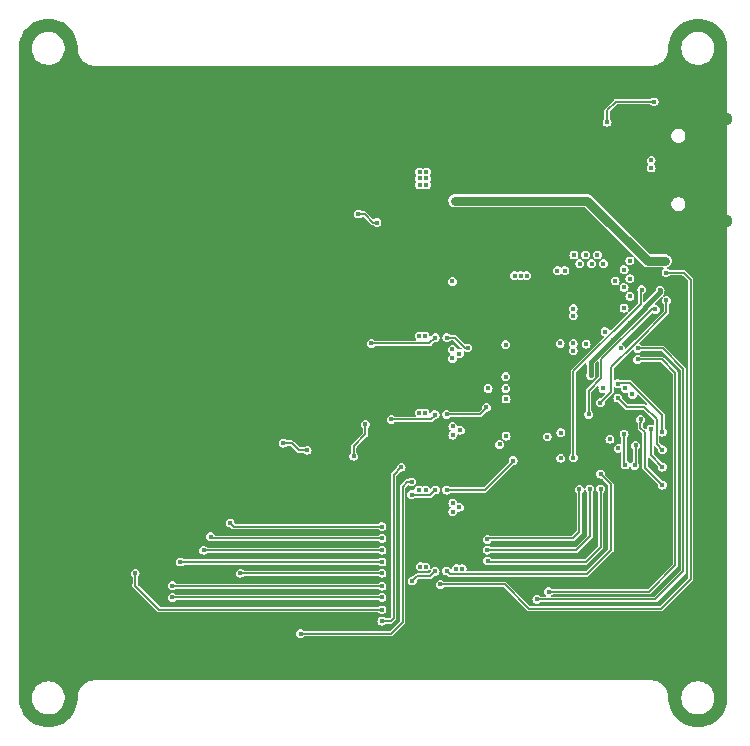
<source format=gbr>
%TF.GenerationSoftware,KiCad,Pcbnew,8.0.8*%
%TF.CreationDate,2025-05-20T22:02:41+02:00*%
%TF.ProjectId,Bernd_V1,4265726e-645f-4563-912e-6b696361645f,REV3*%
%TF.SameCoordinates,Original*%
%TF.FileFunction,Copper,L3,Inr*%
%TF.FilePolarity,Positive*%
%FSLAX46Y46*%
G04 Gerber Fmt 4.6, Leading zero omitted, Abs format (unit mm)*
G04 Created by KiCad (PCBNEW 8.0.8) date 2025-05-20 22:02:41*
%MOMM*%
%LPD*%
G01*
G04 APERTURE LIST*
%TA.AperFunction,ComponentPad*%
%ADD10O,2.000000X1.100000*%
%TD*%
%TA.AperFunction,ComponentPad*%
%ADD11O,1.800000X1.200000*%
%TD*%
%TA.AperFunction,ViaPad*%
%ADD12C,0.450000*%
%TD*%
%TA.AperFunction,Conductor*%
%ADD13C,0.150000*%
%TD*%
%TA.AperFunction,Conductor*%
%ADD14C,0.400000*%
%TD*%
%TA.AperFunction,Conductor*%
%ADD15C,0.800000*%
%TD*%
G04 APERTURE END LIST*
D10*
%TO.N,GND*%
%TO.C,J3*%
X55324879Y42865006D03*
D11*
X59525032Y42865006D03*
D10*
X55324879Y51514994D03*
D11*
X59525032Y51514994D03*
%TD*%
D12*
%TO.N,GND*%
X59232051Y1500000D03*
X55767949Y1500000D03*
X55500000Y2500000D03*
X59500000Y2500000D03*
X56500000Y767949D03*
X55500000Y3500000D03*
X57500000Y500000D03*
X58500000Y767949D03*
X59500000Y3500000D03*
X4232051Y1500000D03*
X767949Y1500000D03*
X500000Y2500000D03*
X4500000Y2500000D03*
X1500000Y767949D03*
X500000Y3500000D03*
X2500000Y500000D03*
X3500000Y767949D03*
X4500000Y3500000D03*
X767949Y58500000D03*
X4232051Y58500000D03*
X4500000Y57500000D03*
X500000Y57500000D03*
X3500000Y59232051D03*
X4500000Y56500000D03*
X2500000Y59500000D03*
X1500000Y59232051D03*
X500000Y56500000D03*
X55767949Y58500000D03*
X56500000Y59232051D03*
X58500000Y59232051D03*
X59232051Y58500000D03*
X57500000Y59500000D03*
X59500000Y56500000D03*
X59500000Y57500000D03*
X55500000Y57500000D03*
X55500000Y56500000D03*
X59500000Y53500000D03*
X59500000Y52500000D03*
X59500000Y55500000D03*
X58500000Y55500000D03*
X57500000Y55500000D03*
X56500000Y55500000D03*
X55500000Y55500000D03*
X54500000Y55500000D03*
X59500000Y4500000D03*
X58500000Y4500000D03*
X57500000Y4500000D03*
X56500000Y4500000D03*
X55500000Y4500000D03*
X54500000Y4500000D03*
X500000Y4500000D03*
X1500000Y4500000D03*
X2500000Y4500000D03*
X3500000Y4500000D03*
X4500000Y4500000D03*
X5500000Y4500000D03*
X500000Y6500000D03*
X500000Y53500000D03*
X500000Y55500000D03*
X1500000Y55500000D03*
X2500000Y55500000D03*
X3500000Y55500000D03*
X4500000Y55500000D03*
X5500000Y55500000D03*
X13390000Y13460000D03*
X59500000Y10500000D03*
X15230000Y11500000D03*
X2500000Y28500000D03*
X51775000Y22650000D03*
X500000Y25500000D03*
X26370000Y21880000D03*
X57500000Y14500000D03*
X16200000Y53490000D03*
X7500000Y29500000D03*
X13670000Y53500000D03*
X6500000Y42500000D03*
X22770000Y42230000D03*
X14500000Y4500000D03*
X7500000Y7500000D03*
X6500000Y46500000D03*
X52800000Y15800000D03*
X46490000Y29750000D03*
X40738092Y22004489D03*
X29500000Y6500000D03*
X7500000Y51500000D03*
X30250000Y14500000D03*
X20500000Y4500000D03*
X11000000Y24030000D03*
X11110000Y30030000D03*
X5500000Y33500000D03*
X31500000Y6500000D03*
X47015001Y21286551D03*
X26260000Y32860000D03*
X4500000Y24500000D03*
X59500000Y39500000D03*
X59500000Y16500000D03*
X57500000Y30500000D03*
X32500000Y42500000D03*
X30330000Y43470000D03*
X5500000Y25500000D03*
X58000000Y50500000D03*
X58500000Y7500000D03*
X500000Y28500000D03*
X12500000Y4500000D03*
X6500000Y44500000D03*
X21260000Y26630000D03*
X8500000Y30500000D03*
X500000Y24500000D03*
X8500000Y4500000D03*
X45240000Y27250000D03*
X23900000Y21880000D03*
X44500000Y7500000D03*
X51400000Y14200000D03*
X35754998Y33339082D03*
X6500000Y50500000D03*
X49340000Y35450000D03*
X6500000Y52500000D03*
X42490000Y37000000D03*
X26500000Y18000000D03*
X4500000Y12500000D03*
X52500000Y4500000D03*
X7500000Y37500000D03*
X7500000Y25500000D03*
X58500000Y25500000D03*
X53432219Y46773486D03*
X38180000Y28750000D03*
X36500000Y55500000D03*
X12348199Y29991801D03*
X35500000Y53500000D03*
X58500000Y27500000D03*
X32500000Y38500000D03*
X59500000Y22500000D03*
X46490000Y27250000D03*
X3500000Y19500000D03*
X18710000Y8520000D03*
X30250000Y11500000D03*
X7500000Y27500000D03*
X23850000Y53500000D03*
X42970000Y19000000D03*
X47500000Y55500000D03*
X31250000Y17500000D03*
X59500000Y19500000D03*
X4500000Y26500000D03*
X31250000Y11500000D03*
X500000Y32500000D03*
X28880000Y27900000D03*
X29020000Y19960000D03*
X500000Y13500000D03*
X7500000Y23500000D03*
X34500000Y4500000D03*
X500000Y46500000D03*
X45240000Y29750000D03*
X4500000Y36500000D03*
X31250000Y16500000D03*
X40042281Y16460000D03*
X30500000Y50500000D03*
X46500000Y4500000D03*
X47500000Y4500000D03*
X50820000Y51980000D03*
X35270000Y18500000D03*
X26380000Y16500000D03*
X500000Y22500000D03*
X39000000Y21000000D03*
X500000Y18500000D03*
X59500000Y7500000D03*
X5500000Y23500000D03*
X12080000Y11520000D03*
X26500000Y55500000D03*
X500000Y20500000D03*
X2500000Y42500000D03*
X38781265Y27110000D03*
X5500000Y41500000D03*
X23860000Y44820000D03*
X12500000Y55500000D03*
X59500000Y36500000D03*
X29080000Y21470000D03*
X13680000Y51170000D03*
X13680000Y8500000D03*
X41500000Y14500000D03*
X29500000Y53500000D03*
X4500000Y40500000D03*
X29000000Y31000000D03*
X45500000Y6500000D03*
X35500000Y41500000D03*
X15500000Y55500000D03*
X37500000Y39500000D03*
X48500000Y9500000D03*
X7500000Y31500000D03*
X23500000Y4500000D03*
X500000Y50500000D03*
X5500000Y9500000D03*
X7500000Y11500000D03*
X48500000Y55500000D03*
X7500000Y4500000D03*
X4500000Y20500000D03*
X52250000Y33300000D03*
X26340000Y26630000D03*
X8500000Y38500000D03*
X35500000Y44500000D03*
X8500000Y6500000D03*
X59500000Y31500000D03*
X49500000Y55500000D03*
X45500000Y14500000D03*
X26390000Y53460000D03*
X4500000Y38500000D03*
X5500000Y35500000D03*
X28500000Y55500000D03*
X44500000Y15500000D03*
X35500000Y43500000D03*
X34500000Y50500000D03*
X500000Y29500000D03*
X58500000Y13500000D03*
X21310000Y53490000D03*
X1500000Y19500000D03*
X12230000Y24070000D03*
X31500000Y47500000D03*
X37500000Y4500000D03*
X31500000Y51500000D03*
X41240000Y31320000D03*
X21320000Y14510000D03*
X1500000Y29500000D03*
X5500000Y45500000D03*
X500000Y14500000D03*
X500000Y27500000D03*
X44993446Y38669535D03*
X58500000Y35500000D03*
X29500000Y51500000D03*
X46910000Y16930000D03*
X47740000Y52120000D03*
X45330000Y16940000D03*
X6500000Y14500000D03*
X47020000Y17970000D03*
X48330000Y51530000D03*
X11780000Y48000000D03*
X49500000Y12000000D03*
X46500000Y7500000D03*
X13480000Y24090000D03*
X19500000Y55500000D03*
X57500000Y24500000D03*
X41500000Y55500000D03*
X39281038Y15460082D03*
X41500000Y16500000D03*
X28810000Y8460000D03*
X17000000Y12500000D03*
X42500000Y9500000D03*
X59500000Y32500000D03*
X32790000Y32000000D03*
X58500000Y11500000D03*
X6500000Y4500000D03*
X39000000Y19500000D03*
X18590000Y24130000D03*
X20160000Y42030000D03*
X8500000Y26500000D03*
X47500000Y8500000D03*
X500000Y37500000D03*
X54500000Y29500000D03*
X13500000Y4500000D03*
X6500000Y10500000D03*
X26360000Y19690000D03*
X23800000Y32880000D03*
X16200000Y51170000D03*
X58500000Y15500000D03*
X56200000Y48400000D03*
X6500000Y12500000D03*
X500000Y34500000D03*
X48500000Y4500000D03*
X46500000Y55500000D03*
X26390000Y15530000D03*
X48750000Y27000000D03*
X15830000Y12530000D03*
X500000Y48500000D03*
X500000Y42500000D03*
X43500000Y43500000D03*
X37500000Y43500000D03*
X7500000Y41500000D03*
X59500000Y46500000D03*
X22540000Y36120000D03*
X16118199Y29931801D03*
X35729677Y26821178D03*
X15920000Y15560000D03*
X11010000Y8510000D03*
X43500000Y41500000D03*
X14853199Y29936801D03*
X14760000Y24100000D03*
X42990000Y37000000D03*
X33500000Y55500000D03*
X8500000Y46500000D03*
X18860000Y42030000D03*
X20500000Y18000000D03*
X5500000Y37500000D03*
X51500000Y6500000D03*
X6500000Y8500000D03*
X40740000Y33000000D03*
X500000Y12500000D03*
X24390000Y12590000D03*
X43500000Y6500000D03*
X41500000Y18500000D03*
X6500000Y18500000D03*
X31250000Y8500000D03*
X43500000Y4500000D03*
X20500000Y55500000D03*
X59500000Y26500000D03*
X8500000Y22500000D03*
X49500000Y8500000D03*
X5500000Y15500000D03*
X20550000Y24110000D03*
X52500000Y55500000D03*
X33500000Y4500000D03*
X7500000Y17500000D03*
X23500000Y55500000D03*
X26350000Y14480000D03*
X30140000Y22250000D03*
X32500000Y50500000D03*
X50500000Y4500000D03*
X30500000Y52500000D03*
X39290000Y16480000D03*
X59500000Y38500000D03*
X5500000Y29500000D03*
X29500000Y55500000D03*
X50510000Y39440000D03*
X500000Y10500000D03*
X59500000Y18500000D03*
X23840000Y39180000D03*
X57500000Y28500000D03*
X25350000Y36130000D03*
X59500000Y15500000D03*
X53067445Y25668950D03*
X46490000Y28500000D03*
X14873199Y36093199D03*
X8500000Y50500000D03*
X36500000Y52500000D03*
X33500000Y49500000D03*
X24500000Y55500000D03*
X17410000Y29930000D03*
X15500000Y4500000D03*
X57500000Y34500000D03*
X23860000Y10470000D03*
X59500000Y49500000D03*
X21500000Y11470000D03*
X54365227Y35773130D03*
X31500000Y55500000D03*
X3500000Y29500000D03*
X15023199Y42046801D03*
X45500000Y4500000D03*
X6500000Y36500000D03*
X500000Y39500000D03*
X7500000Y15500000D03*
X51500000Y4500000D03*
X52800000Y31600000D03*
X43500000Y8500000D03*
X59500000Y13500000D03*
X34500000Y55500000D03*
X16210000Y6540000D03*
X59500000Y9500000D03*
X23800000Y27900000D03*
X29347982Y26284379D03*
X8500000Y34500000D03*
X53500000Y4500000D03*
X5500000Y21500000D03*
X20500000Y12500000D03*
X59500000Y40500000D03*
X12328199Y36078199D03*
X6500000Y48500000D03*
X59500000Y28500000D03*
X30500000Y4500000D03*
X42500000Y55500000D03*
X32500000Y4500000D03*
X22500000Y55500000D03*
X53550000Y51090000D03*
X49500000Y13500000D03*
X43990000Y27250000D03*
X45610000Y20400000D03*
X4500000Y32500000D03*
X5500000Y13500000D03*
X26400000Y51160000D03*
X54510343Y21250000D03*
X23870000Y16520000D03*
X14500000Y12500000D03*
X59500000Y25500000D03*
X59500000Y23500000D03*
X3500000Y41500000D03*
X40060000Y35490000D03*
X8500000Y18500000D03*
X47500000Y14500000D03*
X21300000Y15520000D03*
X14410000Y48000000D03*
X29500000Y49500000D03*
X23140000Y12470000D03*
X42500000Y42500000D03*
X59500000Y37500000D03*
X22440000Y48000000D03*
X500000Y30500000D03*
X59500000Y8500000D03*
X7500000Y49500000D03*
X22000000Y18000000D03*
X8500000Y40500000D03*
X7500000Y33500000D03*
X41039956Y26199592D03*
X39500000Y55500000D03*
X25190000Y48420000D03*
X35235000Y38000000D03*
X44500000Y42500000D03*
X38500000Y55500000D03*
X4500000Y52500000D03*
X7500000Y21500000D03*
X57500000Y36600000D03*
X33500000Y51500000D03*
X59500000Y47500000D03*
X7500000Y39500000D03*
X21500000Y4500000D03*
X47015001Y22243529D03*
X9500000Y55500000D03*
X37500000Y55500000D03*
X8500000Y44500000D03*
X32500000Y46500000D03*
X500000Y8500000D03*
X59500000Y14500000D03*
X35500000Y49500000D03*
X1500000Y31500000D03*
X30250000Y8500000D03*
X53500000Y43180000D03*
X57000000Y46400000D03*
X21500000Y55500000D03*
X4500000Y30500000D03*
X2500000Y16500000D03*
X19410000Y48000000D03*
X44230000Y11340000D03*
X16500000Y4500000D03*
X21280000Y19600000D03*
X500000Y52500000D03*
X8500000Y32500000D03*
X13593199Y29956801D03*
X45500000Y16500000D03*
X50520000Y40530000D03*
X43990000Y28500000D03*
X11010000Y6550000D03*
X18750000Y10490000D03*
X57000000Y49500000D03*
X29500000Y4500000D03*
X4500000Y34500000D03*
X28500000Y4500000D03*
X18730000Y29940000D03*
X6500000Y38500000D03*
X5500000Y47500000D03*
X30250000Y12500000D03*
X24500000Y4500000D03*
X39500000Y4500000D03*
X19950000Y36120000D03*
X25500000Y55500000D03*
X16288199Y42031801D03*
X57500000Y40500000D03*
X40020000Y40120000D03*
X32750000Y25510000D03*
X11500000Y4500000D03*
X53500000Y42500000D03*
X26500000Y4500000D03*
X55500000Y6500000D03*
X21300000Y16520000D03*
X48820000Y19797820D03*
X16200000Y8530000D03*
X8500000Y28500000D03*
X38500000Y4500000D03*
X17500000Y55500000D03*
X8500000Y24500000D03*
X57500000Y32500000D03*
X26310000Y44830000D03*
X1500000Y43500000D03*
X40075769Y15462307D03*
X33500000Y53500000D03*
X52004862Y31638464D03*
X47920000Y19760000D03*
X3500000Y31500000D03*
X23870000Y14490000D03*
X9500000Y4500000D03*
X41500000Y4500000D03*
X52575000Y12975000D03*
X30250000Y16500000D03*
X25000000Y18000000D03*
X31250000Y9500000D03*
X33250000Y18500000D03*
X8500000Y10500000D03*
X23800000Y26630000D03*
X18500000Y55500000D03*
X8500000Y14500000D03*
X30150000Y27900000D03*
X21250000Y10500000D03*
X46500000Y15500000D03*
X31250000Y10500000D03*
X20000000Y11500000D03*
X5500000Y17500000D03*
X31250000Y14500000D03*
X57500000Y18500000D03*
X49268199Y20818199D03*
X34500000Y52500000D03*
X57500000Y26500000D03*
X4500000Y10500000D03*
X8500000Y16500000D03*
X53440000Y48610000D03*
X6500000Y32500000D03*
X39296395Y14550000D03*
X50175000Y34025000D03*
X13756801Y42053199D03*
X21310000Y51170000D03*
X5500000Y31500000D03*
X31500000Y53500000D03*
X49500000Y4500000D03*
X19500000Y4500000D03*
X53500000Y6500000D03*
X23860000Y15500000D03*
X31500000Y45500000D03*
X500000Y45500000D03*
X21250000Y8530000D03*
X18700000Y6520000D03*
X44500000Y55500000D03*
X21260000Y27900000D03*
X59500000Y20500000D03*
X42500000Y15500000D03*
X31250000Y21000000D03*
X59500000Y21500000D03*
X53550000Y50410000D03*
X23860000Y8540003D03*
X31250000Y15500000D03*
X500000Y40500000D03*
X6500000Y28500000D03*
X22690000Y30280000D03*
X18680000Y36110000D03*
X58500000Y29500000D03*
X32240000Y33120000D03*
X57500000Y8500000D03*
X29860000Y33120000D03*
X59500000Y29500000D03*
X30250000Y13500000D03*
X33240000Y13200000D03*
X53140000Y28550000D03*
X59500000Y12500000D03*
X45500000Y55500000D03*
X58500000Y39500000D03*
X31250000Y12500000D03*
X3500000Y17500000D03*
X17320000Y24120000D03*
X30250000Y10500000D03*
X43990000Y29750000D03*
X8500000Y48500000D03*
X25500000Y4500000D03*
X54500000Y17500000D03*
X31500000Y43500000D03*
X21300000Y39180000D03*
X14500000Y55500000D03*
X5500000Y39500000D03*
X43500000Y16500000D03*
X8500000Y42500000D03*
X2500000Y40500000D03*
X53500000Y41000000D03*
X3500000Y53500000D03*
X31500000Y39500000D03*
X51730227Y24355227D03*
X33000000Y20250000D03*
X50500000Y55500000D03*
X26310000Y10470000D03*
X11130000Y51170000D03*
X25580000Y12580000D03*
X5500000Y11500000D03*
X4500000Y44500000D03*
X8500000Y20500000D03*
X59500000Y33500000D03*
X26310000Y8540000D03*
X500000Y41500000D03*
X2500000Y30500000D03*
X6500000Y24500000D03*
X49500000Y6500000D03*
X6500000Y22500000D03*
X58500000Y23500000D03*
X52575000Y27650000D03*
X53560000Y51780000D03*
X4500000Y28500000D03*
X30250000Y9500000D03*
X41500000Y8500000D03*
X45500000Y8500000D03*
X4500000Y14500000D03*
X16900000Y47990000D03*
X500000Y51500000D03*
X18750000Y51170000D03*
X59500000Y44500000D03*
X26310000Y6530000D03*
X11170699Y42049301D03*
X9690000Y30040000D03*
X30500000Y48500000D03*
X2500000Y6500000D03*
X3500000Y7500000D03*
X5500000Y7500000D03*
X29000000Y34000000D03*
X58500000Y9500000D03*
X4500000Y48500000D03*
X2500000Y52500000D03*
X5500000Y27500000D03*
X51500000Y55500000D03*
X43850000Y20310000D03*
X53500000Y8500000D03*
X7500000Y55500000D03*
X40000000Y22000000D03*
X42500000Y4500000D03*
X4500000Y6500000D03*
X4500000Y22500000D03*
X21250000Y6500000D03*
X56500000Y7500000D03*
X37500000Y41500000D03*
X11760000Y12660000D03*
X43500000Y14500000D03*
X57000000Y47800000D03*
X31360000Y22940000D03*
X500000Y31500000D03*
X31250000Y13500000D03*
X7500000Y43500000D03*
X31500000Y49500000D03*
X23500000Y18000000D03*
X4500000Y18500000D03*
X4500000Y42500000D03*
X30250000Y15500000D03*
X10500000Y4500000D03*
X59500000Y11500000D03*
X11140000Y53490000D03*
X41500000Y10500000D03*
X8500000Y8500000D03*
X37990000Y31510000D03*
X1500000Y17500000D03*
X53510000Y43870000D03*
X500000Y16500000D03*
X500000Y9500000D03*
X500000Y15500000D03*
X6500000Y6500000D03*
X7500000Y47500000D03*
X21270000Y21880000D03*
X36500000Y42500000D03*
X50500000Y7500000D03*
X40500000Y55500000D03*
X28740000Y42750000D03*
X57920000Y53480000D03*
X17500000Y4500000D03*
X59500000Y24500000D03*
X59500000Y27500000D03*
X52500000Y7500000D03*
X58500000Y33500000D03*
X2500000Y18500000D03*
X16023199Y24113199D03*
X500000Y44500000D03*
X6500000Y20500000D03*
X58500000Y31500000D03*
X35500000Y55500000D03*
X18750000Y53460000D03*
X58500000Y21500000D03*
X500000Y35500000D03*
X59500000Y41500000D03*
X43500000Y55500000D03*
X500000Y21500000D03*
X40500000Y4500000D03*
X59500000Y45500000D03*
X23820000Y23020000D03*
X51500000Y8500000D03*
X54500000Y19500000D03*
X7480000Y53470000D03*
X7500000Y19500000D03*
X57500000Y20500000D03*
X32500000Y52500000D03*
X500000Y47500000D03*
X57000000Y51500000D03*
X17450000Y17700000D03*
X35750584Y12879218D03*
X32500000Y44500000D03*
X28850000Y10480000D03*
X57500000Y16500000D03*
X53500000Y55500000D03*
X7500000Y9500000D03*
X59500000Y50500000D03*
X57500000Y12500000D03*
X13610000Y36080000D03*
X54500000Y24250000D03*
X16123199Y36113199D03*
X35215000Y34000000D03*
X22500000Y4500000D03*
X58500000Y37500000D03*
X35235000Y31500000D03*
X27500000Y4500000D03*
X13680000Y6570000D03*
X13430000Y11490000D03*
X41990000Y37000000D03*
X35729414Y13570781D03*
X54500000Y7500000D03*
X22060000Y12490000D03*
X35660000Y20550000D03*
X35500000Y46500000D03*
X35500000Y4500000D03*
X38220000Y25900000D03*
X59500000Y35500000D03*
X23860000Y51160000D03*
X18500000Y11500000D03*
X7500000Y45500000D03*
X59500000Y48500000D03*
X11070000Y36060000D03*
X500000Y36500000D03*
X27500000Y55500000D03*
X26340000Y27900000D03*
X59500000Y34500000D03*
X18500000Y4500000D03*
X46870000Y38680000D03*
X18300000Y12550000D03*
X500000Y11500000D03*
X8500000Y36500000D03*
X4500000Y46500000D03*
X57500000Y38500000D03*
X49340000Y34850000D03*
X31500000Y41500000D03*
X39500000Y21500000D03*
X58500000Y41500000D03*
X32500000Y40500000D03*
X26380000Y39180000D03*
X48500000Y15500000D03*
X50500000Y9500000D03*
X12470000Y42050000D03*
X6500000Y30500000D03*
X30500000Y55500000D03*
X7500000Y35500000D03*
X5500000Y49500000D03*
X500000Y7500000D03*
X6500000Y34500000D03*
X22971801Y23571801D03*
X56200000Y47100000D03*
X16500000Y55500000D03*
X13500000Y55500000D03*
X500000Y33500000D03*
X35500000Y51500000D03*
X58500000Y19500000D03*
X5500000Y51500000D03*
X35270000Y25000000D03*
X40750000Y17500000D03*
X44500000Y4500000D03*
X6500000Y26500000D03*
X5500000Y43500000D03*
X4500000Y50500000D03*
X23880000Y19610000D03*
X38500000Y19000000D03*
X9860000Y42030000D03*
X17000000Y11500000D03*
X500000Y43500000D03*
X5490000Y53500000D03*
X5500000Y19500000D03*
X58000000Y48500000D03*
X4500000Y16500000D03*
X23860000Y7330000D03*
X58500000Y17500000D03*
X10500000Y55500000D03*
X6500000Y40500000D03*
X500000Y19500000D03*
X20500000Y30000000D03*
X57500000Y22500000D03*
X8500000Y12500000D03*
X6500000Y55500000D03*
X17570000Y42030000D03*
X500000Y17500000D03*
X500000Y38500000D03*
X33775000Y11125000D03*
X40500000Y9500000D03*
X40085415Y14560000D03*
X11500000Y55500000D03*
X500000Y23500000D03*
X4500000Y8500000D03*
X57500000Y6500000D03*
X500000Y26500000D03*
X17403199Y36113199D03*
X8500000Y52500000D03*
X10410000Y12650000D03*
X9370000Y12640000D03*
X7500000Y13500000D03*
X6500000Y16500000D03*
X30150000Y31710000D03*
X29080000Y22980000D03*
X8500000Y55500000D03*
X59500000Y17500000D03*
X45240000Y28500000D03*
X32500000Y55500000D03*
X31500000Y4500000D03*
X58510000Y52820000D03*
X36500000Y4500000D03*
X1500000Y41500000D03*
X3500000Y43500000D03*
X47500000Y12000000D03*
X59500000Y30500000D03*
X57500000Y10500000D03*
X19200000Y12550000D03*
X44560000Y36350000D03*
X500000Y49500000D03*
%TO.N,+3V3*%
X41240000Y32400000D03*
X48040000Y32450000D03*
X51250000Y35500000D03*
X50050000Y24400000D03*
X41255000Y24658750D03*
X36715000Y31250000D03*
X36715000Y32000000D03*
X53790000Y52960000D03*
X48430000Y29790000D03*
X51750000Y39500000D03*
X45840000Y32500000D03*
X36750000Y18250000D03*
X47000000Y40000000D03*
X48500000Y39250000D03*
X50325000Y32825000D03*
X40705000Y23958750D03*
X51750000Y36500000D03*
X49638199Y33511801D03*
X51250000Y38750000D03*
X48425000Y30850000D03*
X51750000Y34250000D03*
X36750000Y19000000D03*
X51951445Y28193716D03*
X50775000Y23625000D03*
X42990000Y38250000D03*
X50500000Y37800000D03*
X42490000Y38250000D03*
X36750000Y24750000D03*
X54300000Y37000000D03*
X37310000Y18640000D03*
X41240000Y29700000D03*
X47500000Y39250000D03*
X41255000Y27800000D03*
X49500000Y39250000D03*
X51750000Y38000000D03*
X37530000Y13440000D03*
X50950000Y32100000D03*
X37310000Y31640000D03*
X44740000Y24600000D03*
X51250000Y37250000D03*
X36715000Y37750000D03*
X41990000Y38250000D03*
X37380000Y25160000D03*
X48000000Y40000000D03*
X36750000Y25500000D03*
X49810000Y51240000D03*
X49000000Y40000000D03*
X37043062Y13440000D03*
%TO.N,+1V1*%
X46940000Y31900000D03*
X46940000Y35450000D03*
X45889898Y22790051D03*
X39740000Y28700027D03*
X46940000Y32500000D03*
X49450000Y28700000D03*
X41240000Y28700000D03*
X51350000Y28699898D03*
X46940000Y34850000D03*
X45900000Y24960000D03*
%TO.N,MCU_OE*%
X36230000Y13240000D03*
X49275000Y21445000D03*
%TO.N,MCU_R32*%
X36230000Y26490000D03*
X39595129Y27110000D03*
%TO.N,MCU_LAT*%
X49270330Y20194312D03*
X39695177Y14101697D03*
%TO.N,MCU_G21*%
X38020000Y32135311D03*
X36250000Y33000000D03*
%TO.N,MCU_E*%
X47470000Y20160000D03*
X39677145Y15910750D03*
%TO.N,MCU_B42*%
X41855764Y22589367D03*
X36230000Y20090000D03*
%TO.N,HUB_CLK*%
X12990000Y12000000D03*
X30750000Y11950000D03*
%TO.N,HUB_C*%
X15650000Y15000000D03*
X30750000Y15000000D03*
%TO.N,HUB_G11*%
X28760000Y43470000D03*
X30330000Y42740000D03*
%TO.N,HUB_OE*%
X9859982Y13050000D03*
X33330000Y12400000D03*
X30750000Y9950000D03*
X35250000Y13210000D03*
%TO.N,HUB_LAT*%
X30750000Y11000000D03*
X12990000Y11000000D03*
%TO.N,HUB_E*%
X30750000Y13050000D03*
X18750000Y13050000D03*
%TO.N,HUB_A*%
X30750000Y17000000D03*
X17900000Y17300000D03*
%TO.N,HUB_D*%
X30750000Y14000000D03*
X13670000Y14000000D03*
%TO.N,HUB_B*%
X16240000Y16140000D03*
X30750000Y16000000D03*
%TO.N,HUB_G21*%
X29850000Y32500000D03*
X35260000Y33000000D03*
%TO.N,HUB_B32*%
X22390000Y24070000D03*
X24420000Y23470000D03*
%TO.N,HUB_R32*%
X31530000Y26080000D03*
X35247042Y26464720D03*
%TO.N,HUB_G31*%
X28350000Y22960000D03*
X29350000Y25650000D03*
%TO.N,HUB_G42*%
X33271472Y20785075D03*
X23860000Y7940000D03*
%TO.N,HUB_G41*%
X30750000Y9000000D03*
X32375000Y22025000D03*
%TO.N,HUB_B42*%
X35272890Y20091580D03*
X33268329Y19713341D03*
%TO.N,+5V*%
X33984894Y13600000D03*
X34456938Y20110000D03*
X34500000Y45925000D03*
X34403507Y33132489D03*
X34500000Y47025000D03*
X33950000Y46475000D03*
X34400509Y26629491D03*
X33900000Y33130000D03*
X34456938Y13590000D03*
X33950000Y47025000D03*
X33881935Y20110000D03*
X33900000Y26630000D03*
X33950000Y45925000D03*
X34500000Y46475000D03*
%TO.N,MCU_CLK*%
X39679662Y15011638D03*
X48349471Y20178996D03*
%TO.N,RESET_PORT*%
X35700000Y12100000D03*
X54800000Y38498094D03*
%TO.N,USB_PORT_DP*%
X53541783Y48016600D03*
X45593400Y38677170D03*
%TO.N,USB_PORT_DN*%
X46246600Y38677170D03*
X53541783Y47363400D03*
%TO.N,EXT_03*%
X51364633Y22212276D03*
X51250000Y24825000D03*
%TO.N,EXT_08*%
X53520000Y25275000D03*
X54500000Y22040000D03*
%TO.N,EXT_09*%
X54500000Y23498865D03*
X50717793Y27890000D03*
%TO.N,EXT_04*%
X52143366Y22176387D03*
X52225000Y23875000D03*
%TO.N,EXT_10*%
X50704976Y29099948D03*
X54500000Y25000000D03*
%TO.N,EXT_07*%
X52643180Y26093218D03*
X54500000Y20510000D03*
%TO.N,DIO_PORT*%
X54840000Y36140000D03*
X49250000Y27500000D03*
%TO.N,CLK_PORT*%
X48250000Y26500000D03*
X53897170Y35397730D03*
%TO.N,/RUN*%
X46950000Y22840000D03*
X52750000Y37050000D03*
%TO.N,VDBG*%
X54250000Y39500000D03*
X53750000Y39500000D03*
X53250000Y39500000D03*
X37400000Y44600000D03*
X54750000Y39500000D03*
X36900000Y44600000D03*
X38900000Y44600000D03*
X37900000Y44600000D03*
X38400000Y44600000D03*
%TO.N,SDA_NODE*%
X44870000Y11490000D03*
X52400000Y31149898D03*
%TO.N,SCL_NODE*%
X52401693Y32088494D03*
X43870000Y10830000D03*
%TD*%
D13*
%TO.N,+3V3*%
X50540000Y52960000D02*
X53790000Y52960000D01*
X49810000Y52230000D02*
X50540000Y52960000D01*
D14*
X48425000Y30850000D02*
X48425000Y29795000D01*
X54300000Y36825000D02*
X54300000Y37000000D01*
D13*
X49810000Y51240000D02*
X49810000Y52230000D01*
D14*
X51750000Y34250000D02*
X51750000Y34275000D01*
X48425000Y30925000D02*
X50325000Y32825000D01*
X48425000Y29795000D02*
X48430000Y29790000D01*
X51750000Y34250000D02*
X50325000Y32825000D01*
X48425000Y30850000D02*
X48425000Y30925000D01*
X51750000Y34275000D02*
X54300000Y36825000D01*
D13*
%TO.N,MCU_OE*%
X36480000Y12990000D02*
X48115000Y12990000D01*
X49451801Y21268199D02*
X49275000Y21445000D01*
X48115000Y12990000D02*
X50140000Y15015000D01*
X50140000Y20582795D02*
X49454596Y21268199D01*
X49454596Y21268199D02*
X49451801Y21268199D01*
X36230000Y13240000D02*
X36480000Y12990000D01*
X50140000Y15015000D02*
X50140000Y20582795D01*
%TO.N,MCU_R32*%
X39026397Y26490000D02*
X36230000Y26490000D01*
X39595129Y27058732D02*
X39026397Y26490000D01*
X39595129Y27110000D02*
X39595129Y27058732D01*
%TO.N,MCU_LAT*%
X39695177Y14101697D02*
X39806874Y13990000D01*
X39806874Y13990000D02*
X47990000Y13990000D01*
X49270000Y15270000D02*
X49270000Y20193982D01*
X49270000Y20193982D02*
X49270330Y20194312D01*
X47990000Y13990000D02*
X49270000Y15270000D01*
%TO.N,MCU_G21*%
X36930000Y33000000D02*
X36250000Y33000000D01*
X38020000Y32135311D02*
X37794689Y32135311D01*
X37794689Y32135311D02*
X36930000Y33000000D01*
%TO.N,MCU_E*%
X39677145Y15910750D02*
X39776395Y16010000D01*
X39776395Y16010000D02*
X46910000Y16010000D01*
X46910000Y16010000D02*
X47470000Y16570000D01*
X47470000Y16570000D02*
X47470000Y20160000D01*
%TO.N,MCU_B42*%
X41855764Y22485764D02*
X39460000Y20090000D01*
X41855764Y22589367D02*
X41855764Y22485764D01*
X39460000Y20090000D02*
X36230000Y20090000D01*
%TO.N,HUB_CLK*%
X13040000Y11950000D02*
X12990000Y12000000D01*
X30750000Y11950000D02*
X13040000Y11950000D01*
%TO.N,HUB_C*%
X30750000Y15000000D02*
X15650000Y15000000D01*
%TO.N,HUB_G11*%
X29280000Y43470000D02*
X30010000Y42740000D01*
X28760000Y43470000D02*
X29280000Y43470000D01*
X30010000Y42740000D02*
X30330000Y42740000D01*
%TO.N,HUB_OE*%
X34860000Y12820000D02*
X35250000Y13210000D01*
X9859982Y12109982D02*
X9859982Y13050000D01*
X9850000Y12100000D02*
X9859982Y12109982D01*
X11900000Y9950000D02*
X9850000Y12000000D01*
X9850000Y12000000D02*
X9850000Y12100000D01*
X33330000Y12400000D02*
X33750000Y12820000D01*
X30750000Y9950000D02*
X11900000Y9950000D01*
X33750000Y12820000D02*
X34860000Y12820000D01*
%TO.N,HUB_LAT*%
X12990000Y11000000D02*
X30750000Y11000000D01*
%TO.N,HUB_E*%
X30750000Y13050000D02*
X18750000Y13050000D01*
%TO.N,HUB_A*%
X18200000Y17000000D02*
X17900000Y17300000D01*
X30750000Y17000000D02*
X18200000Y17000000D01*
%TO.N,HUB_D*%
X13670000Y14000000D02*
X30750000Y14000000D01*
%TO.N,HUB_B*%
X30750000Y16000000D02*
X16380000Y16000000D01*
X16380000Y16000000D02*
X16240000Y16140000D01*
%TO.N,HUB_G21*%
X35260000Y33000000D02*
X34760000Y32500000D01*
X34760000Y32500000D02*
X29850000Y32500000D01*
%TO.N,HUB_B32*%
X22390000Y24070000D02*
X23109999Y24070000D01*
X23709999Y23470000D02*
X24420000Y23470000D01*
X23109999Y24070000D02*
X23709999Y23470000D01*
%TO.N,HUB_R32*%
X34920000Y26070000D02*
X31540000Y26070000D01*
X35247042Y26464720D02*
X35247042Y26397042D01*
X35247042Y26397042D02*
X34920000Y26070000D01*
X31540000Y26070000D02*
X31530000Y26080000D01*
%TO.N,HUB_G31*%
X29350000Y25650000D02*
X29350000Y24800000D01*
X28350000Y23800000D02*
X28350000Y22960000D01*
X29350000Y24800000D02*
X28350000Y23800000D01*
%TO.N,HUB_G42*%
X31500000Y7940000D02*
X23860000Y7940000D01*
X32898678Y20785075D02*
X32500000Y20386397D01*
X33271472Y20785075D02*
X32898678Y20785075D01*
X32500000Y20386397D02*
X32500000Y8940000D01*
X32500000Y8940000D02*
X31500000Y7940000D01*
%TO.N,HUB_G41*%
X31750000Y21400000D02*
X32375000Y22025000D01*
X30750000Y9000000D02*
X31500000Y9000000D01*
X31500000Y9000000D02*
X31750000Y9250000D01*
X31750000Y9250000D02*
X31750000Y21400000D01*
%TO.N,HUB_B42*%
X33268329Y19713341D02*
X33321670Y19660000D01*
X34841310Y19660000D02*
X35272890Y20091580D01*
X33321670Y19660000D02*
X34841310Y19660000D01*
%TO.N,MCU_CLK*%
X39681300Y15010000D02*
X47210000Y15010000D01*
X48370000Y20158467D02*
X48349471Y20178996D01*
X39679662Y15011638D02*
X39681300Y15010000D01*
X47210000Y15010000D02*
X48370000Y16170000D01*
X48370000Y16170000D02*
X48370000Y20158467D01*
%TO.N,RESET_PORT*%
X54800000Y38498094D02*
X56291906Y38498094D01*
X54360000Y10050000D02*
X43190000Y10050000D01*
X56880000Y37910000D02*
X56880000Y12570000D01*
X56880000Y12570000D02*
X54360000Y10050000D01*
X56291906Y38498094D02*
X56880000Y37910000D01*
X43190000Y10050000D02*
X41140000Y12100000D01*
X41140000Y12100000D02*
X35700000Y12100000D01*
%TO.N,EXT_03*%
X51250000Y24825000D02*
X51250000Y22326909D01*
X51250000Y22326909D02*
X51364633Y22212276D01*
%TO.N,EXT_08*%
X53520000Y23020000D02*
X54500000Y22040000D01*
X53520000Y25275000D02*
X53520000Y23020000D01*
%TO.N,EXT_09*%
X54000000Y23998865D02*
X54000000Y26100000D01*
X54500000Y23498865D02*
X54000000Y23998865D01*
X52975000Y27125000D02*
X51482793Y27125000D01*
X54000000Y26100000D02*
X52975000Y27125000D01*
X51482793Y27125000D02*
X50717793Y27890000D01*
%TO.N,EXT_04*%
X52225000Y22258021D02*
X52143366Y22176387D01*
X52225000Y23875000D02*
X52225000Y22258021D01*
%TO.N,EXT_10*%
X54500000Y26425000D02*
X51775102Y29149898D01*
X50754926Y29149898D02*
X50704976Y29099948D01*
X54500000Y25000000D02*
X54500000Y26425000D01*
X51775102Y29149898D02*
X50754926Y29149898D01*
%TO.N,EXT_07*%
X53025000Y24975000D02*
X53025000Y21985000D01*
X52643180Y26093218D02*
X52643180Y25881082D01*
X52643180Y25881082D02*
X52617445Y25855347D01*
X53025000Y21985000D02*
X54500000Y20510000D01*
X52617445Y25855347D02*
X52617445Y25382555D01*
X52617445Y25382555D02*
X53025000Y24975000D01*
%TO.N,DIO_PORT*%
X52256801Y32576801D02*
X52253603Y32576801D01*
X54840000Y36140000D02*
X54840000Y35160000D01*
X50150000Y28400000D02*
X49250000Y27500000D01*
X50150000Y30473198D02*
X50150000Y28400000D01*
X52253603Y32576801D02*
X50150000Y30473198D01*
X54840000Y35160000D02*
X52256801Y32576801D01*
%TO.N,CLK_PORT*%
X48250000Y28500000D02*
X48250000Y26500000D01*
X49325000Y31150000D02*
X49325000Y29575000D01*
X53572730Y35397730D02*
X49325000Y31150000D01*
X53897170Y35397730D02*
X53572730Y35397730D01*
X49325000Y29575000D02*
X48250000Y28500000D01*
%TO.N,/RUN*%
X52660000Y35860000D02*
X46950000Y30150000D01*
X46950000Y30150000D02*
X46950000Y22840000D01*
X52660000Y36960000D02*
X52660000Y35860000D01*
X52750000Y37050000D02*
X52660000Y36960000D01*
D15*
%TO.N,VDBG*%
X53250000Y39500000D02*
X54750000Y39500000D01*
X48150000Y44600000D02*
X53250000Y39500000D01*
X36900000Y44600000D02*
X48150000Y44600000D01*
D13*
%TO.N,SDA_NODE*%
X53320000Y11490000D02*
X55600000Y13770000D01*
X55600000Y30000000D02*
X54450102Y31149898D01*
X55600000Y13770000D02*
X55600000Y30000000D01*
X44870000Y11490000D02*
X53320000Y11490000D01*
X54450102Y31149898D02*
X52400000Y31149898D01*
%TO.N,SCL_NODE*%
X53910000Y10840000D02*
X56280000Y13210000D01*
X43880000Y10840000D02*
X53910000Y10840000D01*
X56280000Y30320000D02*
X54511506Y32088494D01*
X43870000Y10830000D02*
X43880000Y10840000D01*
X56280000Y13210000D02*
X56280000Y30320000D01*
X54511506Y32088494D02*
X52401693Y32088494D01*
%TD*%
%TA.AperFunction,Conductor*%
%TO.N,GND*%
G36*
X54512688Y36437356D02*
G01*
X54534362Y36385030D01*
X54526297Y36351435D01*
X54478426Y36257483D01*
X54459819Y36140000D01*
X54478426Y36022518D01*
X54478426Y36022517D01*
X54498022Y35984059D01*
X54524683Y35931733D01*
X54532428Y35916534D01*
X54592826Y35856136D01*
X54614500Y35803810D01*
X54614500Y35284058D01*
X54592826Y35231732D01*
X52140657Y32779564D01*
X52129447Y32770363D01*
X52125865Y32767970D01*
X52062432Y32704536D01*
X51450338Y32092443D01*
X51398012Y32070769D01*
X51345686Y32092443D01*
X51324923Y32133193D01*
X51313421Y32205822D01*
X51311574Y32217483D01*
X51311573Y32217484D01*
X51310544Y32219503D01*
X51257573Y32323465D01*
X51173465Y32407573D01*
X51173464Y32407574D01*
X51084035Y32453140D01*
X51047252Y32496207D01*
X51051696Y32552669D01*
X51065301Y32571397D01*
X53577094Y35083191D01*
X53629419Y35104864D01*
X53668237Y35092253D01*
X53668517Y35092801D01*
X53671978Y35091038D01*
X53672912Y35090734D01*
X53673702Y35090160D01*
X53673705Y35090157D01*
X53779688Y35036156D01*
X53897170Y35017549D01*
X54014652Y35036156D01*
X54120635Y35090157D01*
X54204743Y35174265D01*
X54258744Y35280248D01*
X54277351Y35397730D01*
X54258744Y35515212D01*
X54204743Y35621195D01*
X54120635Y35705303D01*
X54068654Y35731789D01*
X54014653Y35759304D01*
X53912352Y35775507D01*
X53864061Y35805100D01*
X53850839Y35860172D01*
X53871600Y35900920D01*
X54408039Y36437358D01*
X54460362Y36459030D01*
X54512688Y36437356D01*
G37*
%TD.AperFunction*%
%TA.AperFunction,Conductor*%
G36*
X2541597Y59999855D02*
G01*
X2809010Y59983031D01*
X2818206Y59981869D01*
X3117771Y59924724D01*
X3126759Y59922416D01*
X3416799Y59828176D01*
X3425424Y59824761D01*
X3701369Y59694911D01*
X3709503Y59690440D01*
X3966991Y59527033D01*
X3974496Y59521581D01*
X4181771Y59350108D01*
X4209471Y59327192D01*
X4216246Y59320830D01*
X4425001Y59098528D01*
X4430924Y59091368D01*
X4610167Y58844662D01*
X4615147Y58836816D01*
X4762064Y58569575D01*
X4766020Y58561166D01*
X4801931Y58470466D01*
X4875210Y58285383D01*
X4878277Y58277638D01*
X4881149Y58268800D01*
X4956986Y57973431D01*
X4958728Y57964302D01*
X4997022Y57661168D01*
X4997596Y57653056D01*
X4999997Y57500145D01*
X5002312Y57382129D01*
X5039189Y57149294D01*
X5039192Y57149281D01*
X5112035Y56925093D01*
X5219061Y56715041D01*
X5219368Y56714618D01*
X5357628Y56524322D01*
X5524322Y56357628D01*
X5715040Y56219062D01*
X5925087Y56112038D01*
X5925089Y56112038D01*
X5925092Y56112036D01*
X6149280Y56039193D01*
X6149286Y56039192D01*
X6149291Y56039190D01*
X6382129Y56002312D01*
X6500000Y56000000D01*
X53499989Y56000000D01*
X53500000Y56000000D01*
X53617871Y56002312D01*
X53850709Y56039190D01*
X53850716Y56039193D01*
X53850719Y56039193D01*
X54074907Y56112036D01*
X54074907Y56112037D01*
X54074913Y56112038D01*
X54284960Y56219062D01*
X54475678Y56357628D01*
X54642372Y56524322D01*
X54780938Y56715040D01*
X54887962Y56925087D01*
X54959932Y57146588D01*
X54960807Y57149281D01*
X54960807Y57149284D01*
X54960810Y57149291D01*
X54997688Y57382129D01*
X54999690Y57484231D01*
X55000000Y57500005D01*
X56097469Y57500005D01*
X56097469Y57500000D01*
X56117642Y57262975D01*
X56117642Y57262972D01*
X56117643Y57262971D01*
X56177585Y57032761D01*
X56275571Y56815993D01*
X56408781Y56618902D01*
X56408785Y56618898D01*
X56573380Y56447161D01*
X56573383Y56447159D01*
X56764643Y56305704D01*
X56872588Y56251280D01*
X56977056Y56198607D01*
X57204509Y56128950D01*
X57204516Y56128948D01*
X57440475Y56098733D01*
X57678146Y56108829D01*
X57910693Y56158947D01*
X58131425Y56247644D01*
X58333991Y56372369D01*
X58512566Y56529534D01*
X58662010Y56714618D01*
X58778026Y56922296D01*
X58857275Y57146593D01*
X58897478Y57381057D01*
X58900000Y57500000D01*
X58897478Y57618943D01*
X58857275Y57853407D01*
X58778026Y58077704D01*
X58718642Y58184007D01*
X58662012Y58285379D01*
X58662009Y58285383D01*
X58512565Y58470467D01*
X58333992Y58627631D01*
X58225715Y58694299D01*
X58131425Y58752356D01*
X58009389Y58801394D01*
X57910694Y58841053D01*
X57910691Y58841054D01*
X57742031Y58877403D01*
X57678146Y58891171D01*
X57678144Y58891172D01*
X57678138Y58891172D01*
X57440479Y58901268D01*
X57245858Y58876346D01*
X57204516Y58871052D01*
X57204515Y58871052D01*
X57204509Y58871051D01*
X56977056Y58801394D01*
X56764648Y58694299D01*
X56764646Y58694298D01*
X56573380Y58552840D01*
X56408785Y58381103D01*
X56408783Y58381101D01*
X56408781Y58381098D01*
X56332881Y58268800D01*
X56275572Y58184009D01*
X56177585Y57967241D01*
X56177584Y57967236D01*
X56117642Y57737026D01*
X56097469Y57500005D01*
X55000000Y57500005D01*
X55000003Y57500145D01*
X55002403Y57653056D01*
X55002977Y57661168D01*
X55041271Y57964302D01*
X55043013Y57973431D01*
X55118855Y58268816D01*
X55121716Y58277622D01*
X55233983Y58561175D01*
X55237930Y58569567D01*
X55384857Y58836825D01*
X55389826Y58844654D01*
X55569084Y59091379D01*
X55574988Y59098518D01*
X55783759Y59320837D01*
X55790521Y59327186D01*
X56025511Y59521587D01*
X56033000Y59527028D01*
X56290503Y59690444D01*
X56298623Y59694908D01*
X56574580Y59824764D01*
X56583194Y59828174D01*
X56873243Y59922417D01*
X56882224Y59924723D01*
X57181795Y59981869D01*
X57190987Y59983031D01*
X57458402Y59999855D01*
X57463048Y60000000D01*
X57536952Y60000000D01*
X57541597Y59999855D01*
X57809010Y59983031D01*
X57818206Y59981869D01*
X58117771Y59924724D01*
X58126759Y59922416D01*
X58416799Y59828176D01*
X58425424Y59824761D01*
X58701369Y59694911D01*
X58709503Y59690440D01*
X58966991Y59527033D01*
X58974496Y59521581D01*
X59181771Y59350108D01*
X59209471Y59327192D01*
X59216246Y59320830D01*
X59425001Y59098528D01*
X59430924Y59091368D01*
X59610167Y58844662D01*
X59615147Y58836816D01*
X59762064Y58569575D01*
X59766020Y58561166D01*
X59801931Y58470466D01*
X59875210Y58285383D01*
X59878277Y58277638D01*
X59881149Y58268800D01*
X59956986Y57973431D01*
X59958728Y57964302D01*
X59997022Y57661168D01*
X59997596Y57653056D01*
X59999991Y57500574D01*
X60000000Y57499412D01*
X60000000Y2500588D01*
X59999991Y2499426D01*
X59997596Y2346944D01*
X59997022Y2338832D01*
X59958728Y2035698D01*
X59956986Y2026569D01*
X59881149Y1731200D01*
X59878277Y1722362D01*
X59766020Y1438834D01*
X59762064Y1430425D01*
X59615147Y1163184D01*
X59610167Y1155338D01*
X59430924Y908632D01*
X59425001Y901472D01*
X59216246Y679170D01*
X59209471Y672808D01*
X58974502Y478424D01*
X58966984Y472962D01*
X58709507Y309563D01*
X58701364Y305086D01*
X58425432Y175242D01*
X58416791Y171821D01*
X58126766Y77586D01*
X58117765Y75275D01*
X57818218Y18133D01*
X57808999Y16968D01*
X57541628Y146D01*
X57536981Y0D01*
X57463019Y0D01*
X57458372Y146D01*
X57191000Y16968D01*
X57181781Y18133D01*
X56882234Y75275D01*
X56873233Y77586D01*
X56583208Y171821D01*
X56574567Y175242D01*
X56298635Y305086D01*
X56290492Y309563D01*
X56255627Y331689D01*
X56033011Y472965D01*
X56025501Y478421D01*
X55790528Y672808D01*
X55783753Y679170D01*
X55574998Y901472D01*
X55569075Y908632D01*
X55569074Y908633D01*
X55389831Y1155339D01*
X55384852Y1163184D01*
X55384851Y1163185D01*
X55237934Y1430427D01*
X55233979Y1438834D01*
X55230682Y1447161D01*
X55121718Y1722373D01*
X55118853Y1731189D01*
X55043013Y2026570D01*
X55041272Y2035697D01*
X55002977Y2338831D01*
X55002403Y2346928D01*
X55000000Y2499999D01*
X55000000Y2500005D01*
X56097469Y2500005D01*
X56097469Y2500000D01*
X56117642Y2262975D01*
X56117642Y2262972D01*
X56117643Y2262971D01*
X56147946Y2146593D01*
X56177584Y2032765D01*
X56177585Y2032760D01*
X56180384Y2026569D01*
X56275571Y1815993D01*
X56408781Y1618902D01*
X56408785Y1618898D01*
X56573380Y1447161D01*
X56596009Y1430425D01*
X56764643Y1305704D01*
X56872588Y1251280D01*
X56977056Y1198607D01*
X57118344Y1155338D01*
X57204516Y1128948D01*
X57440475Y1098733D01*
X57678146Y1108829D01*
X57910693Y1158947D01*
X58131425Y1247644D01*
X58333991Y1372369D01*
X58512566Y1529534D01*
X58662010Y1714618D01*
X58778026Y1922296D01*
X58857275Y2146593D01*
X58897478Y2381057D01*
X58900000Y2500000D01*
X58897478Y2618943D01*
X58857275Y2853407D01*
X58778026Y3077704D01*
X58718642Y3184007D01*
X58662012Y3285379D01*
X58662009Y3285383D01*
X58512565Y3470467D01*
X58333992Y3627631D01*
X58225715Y3694299D01*
X58131425Y3752356D01*
X58009389Y3801394D01*
X57910694Y3841053D01*
X57910691Y3841054D01*
X57742031Y3877403D01*
X57678146Y3891171D01*
X57678144Y3891172D01*
X57678138Y3891172D01*
X57440479Y3901268D01*
X57245858Y3876346D01*
X57204516Y3871052D01*
X57204515Y3871052D01*
X57204509Y3871051D01*
X56977056Y3801394D01*
X56764648Y3694299D01*
X56764646Y3694298D01*
X56573380Y3552840D01*
X56408785Y3381103D01*
X56408783Y3381101D01*
X56408781Y3381098D01*
X56343846Y3285023D01*
X56275572Y3184009D01*
X56177585Y2967241D01*
X56177584Y2967236D01*
X56117642Y2737026D01*
X56097469Y2500005D01*
X55000000Y2500005D01*
X54997808Y2617879D01*
X54960927Y2850737D01*
X54960925Y2850742D01*
X54960924Y2850748D01*
X54888075Y3074953D01*
X54888073Y3074956D01*
X54888073Y3074958D01*
X54781072Y3284960D01*
X54781040Y3285023D01*
X54642467Y3475752D01*
X54642466Y3475753D01*
X54642464Y3475756D01*
X54475756Y3642463D01*
X54475753Y3642466D01*
X54475751Y3642467D01*
X54285025Y3781039D01*
X54285019Y3781042D01*
X54074961Y3888073D01*
X54074956Y3888075D01*
X53850748Y3960924D01*
X53850735Y3960927D01*
X53617876Y3997808D01*
X53500011Y4000000D01*
X53500000Y4000000D01*
X6500000Y4000000D01*
X6391951Y3997881D01*
X6382128Y3997688D01*
X6149293Y3960811D01*
X6149280Y3960808D01*
X5925092Y3887965D01*
X5715040Y3780939D01*
X5524326Y3642376D01*
X5357624Y3475674D01*
X5219061Y3284960D01*
X5112035Y3074908D01*
X5039192Y2850720D01*
X5039189Y2850707D01*
X5002312Y2617872D01*
X4999997Y2499855D01*
X4997596Y2346945D01*
X4997022Y2338833D01*
X4958728Y2035699D01*
X4956986Y2026570D01*
X4881149Y1731201D01*
X4878277Y1722363D01*
X4766020Y1438835D01*
X4762064Y1430426D01*
X4615147Y1163185D01*
X4610167Y1155339D01*
X4430924Y908633D01*
X4425001Y901473D01*
X4216246Y679171D01*
X4209471Y672809D01*
X3974502Y478425D01*
X3966984Y472963D01*
X3709507Y309564D01*
X3701364Y305087D01*
X3425432Y175243D01*
X3416791Y171822D01*
X3126766Y77587D01*
X3117765Y75276D01*
X2818218Y18134D01*
X2808999Y16969D01*
X2541612Y146D01*
X2536965Y0D01*
X2463035Y0D01*
X2458388Y146D01*
X2191000Y16969D01*
X2181781Y18134D01*
X1882234Y75276D01*
X1873233Y77587D01*
X1583208Y171822D01*
X1574567Y175243D01*
X1298635Y305087D01*
X1290492Y309564D01*
X1033017Y472962D01*
X1033011Y472966D01*
X1025501Y478422D01*
X790528Y672809D01*
X783753Y679171D01*
X574998Y901473D01*
X569075Y908633D01*
X389832Y1155339D01*
X384852Y1163185D01*
X237935Y1430426D01*
X233980Y1438832D01*
X121718Y1722374D01*
X118853Y1731190D01*
X43013Y2026570D01*
X41271Y2035699D01*
X2977Y2338833D01*
X2403Y2346945D01*
X9Y2499427D01*
X5Y2500005D01*
X1097469Y2500005D01*
X1097469Y2500000D01*
X1117642Y2262975D01*
X1117642Y2262972D01*
X1117643Y2262971D01*
X1147946Y2146593D01*
X1177584Y2032765D01*
X1177585Y2032760D01*
X1180384Y2026569D01*
X1275571Y1815993D01*
X1408781Y1618902D01*
X1408785Y1618898D01*
X1573380Y1447161D01*
X1596009Y1430425D01*
X1764643Y1305704D01*
X1872588Y1251280D01*
X1977056Y1198607D01*
X2118344Y1155338D01*
X2204516Y1128948D01*
X2440475Y1098733D01*
X2678146Y1108829D01*
X2910693Y1158947D01*
X3131425Y1247644D01*
X3333991Y1372369D01*
X3512566Y1529534D01*
X3662010Y1714618D01*
X3778026Y1922296D01*
X3857275Y2146593D01*
X3897478Y2381057D01*
X3900000Y2500000D01*
X3897478Y2618943D01*
X3857275Y2853407D01*
X3778026Y3077704D01*
X3718642Y3184007D01*
X3662012Y3285379D01*
X3662009Y3285383D01*
X3512565Y3470467D01*
X3333992Y3627631D01*
X3225715Y3694299D01*
X3131425Y3752356D01*
X3009389Y3801394D01*
X2910694Y3841053D01*
X2910691Y3841054D01*
X2742031Y3877403D01*
X2678146Y3891171D01*
X2678144Y3891172D01*
X2678138Y3891172D01*
X2440479Y3901268D01*
X2245858Y3876346D01*
X2204516Y3871052D01*
X2204515Y3871052D01*
X2204509Y3871051D01*
X1977056Y3801394D01*
X1764648Y3694299D01*
X1764646Y3694298D01*
X1573380Y3552840D01*
X1408785Y3381103D01*
X1408783Y3381101D01*
X1408781Y3381098D01*
X1343846Y3285023D01*
X1275572Y3184009D01*
X1177585Y2967241D01*
X1177584Y2967236D01*
X1117642Y2737026D01*
X1097469Y2500005D01*
X5Y2500005D01*
X0Y2500589D01*
X0Y7940000D01*
X23479819Y7940000D01*
X23498426Y7822518D01*
X23498426Y7822517D01*
X23525941Y7768516D01*
X23552427Y7716535D01*
X23636535Y7632427D01*
X23742518Y7578426D01*
X23860000Y7559819D01*
X23977482Y7578426D01*
X24083465Y7632427D01*
X24143864Y7692826D01*
X24196190Y7714500D01*
X31446525Y7714500D01*
X31446533Y7714499D01*
X31455145Y7714499D01*
X31544854Y7714499D01*
X31544855Y7714499D01*
X31603460Y7738775D01*
X31627736Y7748830D01*
X31691170Y7812264D01*
X31691170Y7812265D01*
X31701575Y7822670D01*
X31701577Y7822673D01*
X32617327Y8738423D01*
X32617330Y8738425D01*
X32627735Y8748830D01*
X32627736Y8748830D01*
X32691170Y8812264D01*
X32705390Y8846595D01*
X32725501Y8895146D01*
X32725501Y8984855D01*
X32725501Y8990813D01*
X32725500Y8990827D01*
X32725500Y12400000D01*
X32949819Y12400000D01*
X32968426Y12282518D01*
X32968426Y12282517D01*
X32995941Y12228516D01*
X33022427Y12176535D01*
X33106535Y12092427D01*
X33212518Y12038426D01*
X33330000Y12019819D01*
X33447482Y12038426D01*
X33553465Y12092427D01*
X33561038Y12100000D01*
X35319819Y12100000D01*
X35338426Y11982518D01*
X35338426Y11982517D01*
X35352373Y11955145D01*
X35392427Y11876535D01*
X35476535Y11792427D01*
X35582518Y11738426D01*
X35700000Y11719819D01*
X35817482Y11738426D01*
X35923465Y11792427D01*
X35983864Y11852826D01*
X36036190Y11874500D01*
X41015943Y11874500D01*
X41068269Y11852826D01*
X42994609Y9926486D01*
X42994612Y9926482D01*
X42998830Y9922264D01*
X43062264Y9858830D01*
X43096595Y9844610D01*
X43145146Y9824499D01*
X43145147Y9824499D01*
X43243467Y9824499D01*
X43243475Y9824500D01*
X54306525Y9824500D01*
X54306533Y9824499D01*
X54315145Y9824499D01*
X54404854Y9824499D01*
X54404855Y9824499D01*
X54463460Y9848775D01*
X54487736Y9858830D01*
X54551170Y9922264D01*
X54551170Y9922265D01*
X54561575Y9932670D01*
X54561577Y9932673D01*
X56997327Y12368423D01*
X56997330Y12368425D01*
X57007735Y12378830D01*
X57007736Y12378830D01*
X57071170Y12442264D01*
X57105500Y12525145D01*
X57105500Y37856525D01*
X57105501Y37856534D01*
X57105501Y37954854D01*
X57077081Y38023465D01*
X57075809Y38026535D01*
X57071170Y38037736D01*
X57007736Y38101170D01*
X57003521Y38105385D01*
X57003514Y38105391D01*
X56493484Y38615421D01*
X56493484Y38615422D01*
X56419644Y38689262D01*
X56419642Y38689264D01*
X56395366Y38699320D01*
X56395364Y38699321D01*
X56395364Y38699322D01*
X56336761Y38723595D01*
X56247051Y38723595D01*
X56238439Y38723595D01*
X56238431Y38723594D01*
X55136190Y38723594D01*
X55083864Y38745268D01*
X55023466Y38805666D01*
X55023465Y38805667D01*
X54940959Y38847706D01*
X54904177Y38890773D01*
X54908621Y38947236D01*
X54951688Y38984018D01*
X54955390Y38985116D01*
X54962485Y38987016D01*
X55088015Y39059491D01*
X55190509Y39161985D01*
X55262984Y39287515D01*
X55300499Y39427523D01*
X55300500Y39427523D01*
X55300500Y39572477D01*
X55300499Y39572478D01*
X55299967Y39574462D01*
X55262984Y39712485D01*
X55190509Y39838015D01*
X55088015Y39940509D01*
X54962486Y40012984D01*
X54962481Y40012986D01*
X54822477Y40050500D01*
X54822475Y40050500D01*
X53508677Y40050500D01*
X53456351Y40072174D01*
X49149354Y44379171D01*
X55244559Y44379171D01*
X55244559Y44221048D01*
X55285481Y44068323D01*
X55308862Y44027826D01*
X55364542Y43931385D01*
X55476348Y43819579D01*
X55549105Y43777573D01*
X55613285Y43740519D01*
X55700411Y43717174D01*
X55766010Y43699597D01*
X55766011Y43699596D01*
X55766013Y43699596D01*
X55924133Y43699596D01*
X55924133Y43699597D01*
X56031485Y43728362D01*
X56076858Y43740519D01*
X56076858Y43740520D01*
X56076861Y43740520D01*
X56213796Y43819579D01*
X56325602Y43931385D01*
X56404661Y44068320D01*
X56445584Y44221048D01*
X56445585Y44221048D01*
X56445585Y44379170D01*
X56445584Y44379171D01*
X56404662Y44531896D01*
X56325601Y44668834D01*
X56213796Y44780639D01*
X56076858Y44859700D01*
X55924133Y44900622D01*
X55924131Y44900622D01*
X55766013Y44900622D01*
X55766011Y44900622D01*
X55613285Y44859700D01*
X55476347Y44780639D01*
X55364542Y44668834D01*
X55285481Y44531896D01*
X55244559Y44379171D01*
X49149354Y44379171D01*
X48488015Y45040510D01*
X48362482Y45112986D01*
X48222477Y45150500D01*
X48222475Y45150500D01*
X36827525Y45150500D01*
X36827523Y45150500D01*
X36687518Y45112986D01*
X36687513Y45112984D01*
X36561984Y45040509D01*
X36459491Y44938016D01*
X36387016Y44812487D01*
X36387014Y44812482D01*
X36349500Y44672478D01*
X36349500Y44527523D01*
X36387014Y44387519D01*
X36387016Y44387514D01*
X36391835Y44379168D01*
X36459491Y44261985D01*
X36561985Y44159491D01*
X36687515Y44087016D01*
X36687516Y44087016D01*
X36687518Y44087015D01*
X36757277Y44068323D01*
X36827522Y44049501D01*
X36827523Y44049500D01*
X36827525Y44049500D01*
X47891323Y44049500D01*
X47943649Y44027826D01*
X52031363Y39940112D01*
X52053037Y39887786D01*
X52031363Y39835460D01*
X51979037Y39813786D01*
X51945441Y39821852D01*
X51867483Y39861574D01*
X51750000Y39880181D01*
X51632517Y39861574D01*
X51632516Y39861574D01*
X51526533Y39807572D01*
X51442428Y39723467D01*
X51388426Y39617484D01*
X51388426Y39617483D01*
X51369819Y39500000D01*
X51388426Y39382518D01*
X51388426Y39382517D01*
X51396087Y39367482D01*
X51436832Y39287515D01*
X51442428Y39276534D01*
X51526239Y39192723D01*
X51530450Y39182557D01*
X51559681Y39175539D01*
X51632518Y39138426D01*
X51750000Y39119819D01*
X51867482Y39138426D01*
X51973465Y39192427D01*
X52057573Y39276535D01*
X52111574Y39382518D01*
X52130181Y39500000D01*
X52111574Y39617482D01*
X52071850Y39695443D01*
X52067407Y39751905D01*
X52104189Y39794972D01*
X52160652Y39799416D01*
X52190111Y39781364D01*
X52911985Y39059490D01*
X53037515Y38987016D01*
X53037517Y38987015D01*
X53088087Y38973465D01*
X53177522Y38949501D01*
X53177523Y38949500D01*
X54550592Y38949500D01*
X54602918Y38927826D01*
X54624592Y38875500D01*
X54602918Y38823174D01*
X54584189Y38809568D01*
X54576884Y38805846D01*
X54576533Y38805666D01*
X54492428Y38721561D01*
X54438426Y38615578D01*
X54438426Y38615577D01*
X54419819Y38498094D01*
X54438426Y38380612D01*
X54438426Y38380611D01*
X54445116Y38367482D01*
X54492427Y38274629D01*
X54576535Y38190521D01*
X54682518Y38136520D01*
X54800000Y38117913D01*
X54917482Y38136520D01*
X55023465Y38190521D01*
X55083864Y38250920D01*
X55136190Y38272594D01*
X56167849Y38272594D01*
X56220175Y38250920D01*
X56632826Y37838269D01*
X56654500Y37785943D01*
X56654500Y12694057D01*
X56632826Y12641731D01*
X54288269Y10297174D01*
X54235943Y10275500D01*
X43314057Y10275500D01*
X43261731Y10297174D01*
X42728905Y10830000D01*
X43489819Y10830000D01*
X43508426Y10712518D01*
X43508426Y10712517D01*
X43508554Y10712266D01*
X43562427Y10606535D01*
X43646535Y10522427D01*
X43752518Y10468426D01*
X43870000Y10449819D01*
X43987482Y10468426D01*
X44093465Y10522427D01*
X44163864Y10592826D01*
X44216190Y10614500D01*
X53856525Y10614500D01*
X53856533Y10614499D01*
X53865145Y10614499D01*
X53954854Y10614499D01*
X53954855Y10614499D01*
X54013594Y10638830D01*
X54037736Y10648830D01*
X54101170Y10712264D01*
X54101170Y10712265D01*
X54111575Y10722670D01*
X54111577Y10722673D01*
X56397327Y13008423D01*
X56397330Y13008425D01*
X56407735Y13018830D01*
X56407736Y13018830D01*
X56471170Y13082264D01*
X56505500Y13165145D01*
X56505500Y30364855D01*
X56482773Y30419723D01*
X56471171Y30447734D01*
X56471169Y30447737D01*
X56403521Y30515385D01*
X56403514Y30515391D01*
X54713084Y32205821D01*
X54713084Y32205822D01*
X54639243Y32279663D01*
X54639239Y32279666D01*
X54610877Y32291413D01*
X54556361Y32313995D01*
X54466651Y32313995D01*
X54458039Y32313995D01*
X54458031Y32313994D01*
X52737883Y32313994D01*
X52685557Y32335668D01*
X52625159Y32396066D01*
X52625158Y32396067D01*
X52563417Y32427526D01*
X52526636Y32470592D01*
X52531080Y32527055D01*
X52544685Y32545782D01*
X54957327Y34958423D01*
X54957330Y34958425D01*
X54967735Y34968830D01*
X54967736Y34968830D01*
X55031170Y35032264D01*
X55055150Y35090157D01*
X55065501Y35115145D01*
X55065501Y35204855D01*
X55065501Y35210813D01*
X55065500Y35210827D01*
X55065500Y35803810D01*
X55087174Y35856136D01*
X55111219Y35880181D01*
X55147573Y35916535D01*
X55201574Y36022518D01*
X55220181Y36140000D01*
X55201574Y36257482D01*
X55147573Y36363465D01*
X55063465Y36447573D01*
X55011484Y36474059D01*
X54957483Y36501574D01*
X54840000Y36520181D01*
X54722517Y36501574D01*
X54722513Y36501573D01*
X54628566Y36453704D01*
X54572104Y36449260D01*
X54529037Y36486043D01*
X54524593Y36542505D01*
X54542644Y36571963D01*
X54580470Y36609788D01*
X54626614Y36689712D01*
X54628066Y36695131D01*
X54628730Y36697607D01*
X54650500Y36778857D01*
X54650500Y36843019D01*
X54658565Y36876614D01*
X54661574Y36882518D01*
X54680181Y37000000D01*
X54661574Y37117482D01*
X54607573Y37223465D01*
X54523465Y37307573D01*
X54471484Y37334059D01*
X54417483Y37361574D01*
X54300000Y37380181D01*
X54182517Y37361574D01*
X54182516Y37361574D01*
X54076533Y37307572D01*
X53992428Y37223467D01*
X53938426Y37117484D01*
X53938426Y37117483D01*
X53919819Y37000000D01*
X53919819Y36999997D01*
X53922055Y36985876D01*
X53908832Y36930804D01*
X53901292Y36921976D01*
X53011826Y36032509D01*
X52959500Y36010835D01*
X52907174Y36032509D01*
X52885500Y36084835D01*
X52885500Y36652260D01*
X52907174Y36704586D01*
X52925904Y36718194D01*
X52973465Y36742427D01*
X53057573Y36826535D01*
X53111574Y36932518D01*
X53130181Y37050000D01*
X53111574Y37167482D01*
X53057573Y37273465D01*
X52973465Y37357573D01*
X52912911Y37388427D01*
X52867483Y37411574D01*
X52750000Y37430181D01*
X52632517Y37411574D01*
X52632516Y37411574D01*
X52526533Y37357572D01*
X52442428Y37273467D01*
X52388426Y37167484D01*
X52388426Y37167483D01*
X52369819Y37050000D01*
X52388425Y36932520D01*
X52388425Y36932519D01*
X52388426Y36932518D01*
X52426434Y36857922D01*
X52434500Y36824329D01*
X52434500Y35984059D01*
X52412826Y35931733D01*
X51680118Y35199025D01*
X51627792Y35177351D01*
X51575466Y35199025D01*
X51553792Y35251351D01*
X51561856Y35284943D01*
X51611574Y35382518D01*
X51630181Y35500000D01*
X51611574Y35617482D01*
X51557573Y35723465D01*
X51473465Y35807573D01*
X51378155Y35856136D01*
X51367483Y35861574D01*
X51250000Y35880181D01*
X51132517Y35861574D01*
X51132516Y35861574D01*
X51026533Y35807572D01*
X50942428Y35723467D01*
X50888426Y35617484D01*
X50888426Y35617483D01*
X50869819Y35500000D01*
X50888426Y35382518D01*
X50888426Y35382517D01*
X50913902Y35332518D01*
X50942427Y35276535D01*
X51026535Y35192427D01*
X51132518Y35138426D01*
X51250000Y35119819D01*
X51367482Y35138426D01*
X51465055Y35188143D01*
X51521514Y35192587D01*
X51564582Y35155804D01*
X51569027Y35099342D01*
X51550974Y35069882D01*
X50109126Y33628034D01*
X50056800Y33606360D01*
X50004474Y33628034D01*
X49990866Y33646764D01*
X49990478Y33647524D01*
X49945772Y33735266D01*
X49861664Y33819374D01*
X49809683Y33845860D01*
X49755682Y33873375D01*
X49638199Y33891982D01*
X49520716Y33873375D01*
X49520715Y33873375D01*
X49414732Y33819373D01*
X49330627Y33735268D01*
X49276625Y33629285D01*
X49276625Y33629284D01*
X49258018Y33511801D01*
X49276625Y33394319D01*
X49276625Y33394318D01*
X49293309Y33361574D01*
X49330626Y33288336D01*
X49414734Y33204228D01*
X49495825Y33162910D01*
X49503236Y33159134D01*
X49540018Y33116067D01*
X49535574Y33059604D01*
X49521966Y33040874D01*
X46822265Y30341171D01*
X46758830Y30277737D01*
X46748774Y30253464D01*
X46748774Y30253461D01*
X46746624Y30248269D01*
X46724499Y30194854D01*
X46724499Y30096534D01*
X46724500Y30096525D01*
X46724500Y23176190D01*
X46702826Y23123864D01*
X46642428Y23063467D01*
X46588426Y22957484D01*
X46588426Y22957483D01*
X46569819Y22840000D01*
X46588426Y22722518D01*
X46588426Y22722517D01*
X46613876Y22672569D01*
X46642427Y22616535D01*
X46726535Y22532427D01*
X46832518Y22478426D01*
X46950000Y22459819D01*
X47067482Y22478426D01*
X47173465Y22532427D01*
X47257573Y22616535D01*
X47311574Y22722518D01*
X47330181Y22840000D01*
X47311574Y22957482D01*
X47257573Y23063465D01*
X47197174Y23123864D01*
X47175500Y23176190D01*
X47175500Y23625000D01*
X50394819Y23625000D01*
X50413426Y23507518D01*
X50413426Y23507517D01*
X50432542Y23470000D01*
X50467427Y23401535D01*
X50551535Y23317427D01*
X50657518Y23263426D01*
X50775000Y23244819D01*
X50892482Y23263426D01*
X50916905Y23275871D01*
X50973365Y23280315D01*
X51016434Y23243533D01*
X51024500Y23209936D01*
X51024500Y22389606D01*
X51016435Y22356012D01*
X51003059Y22329761D01*
X51003059Y22329759D01*
X50984452Y22212276D01*
X51003059Y22094794D01*
X51003059Y22094793D01*
X51017102Y22067233D01*
X51057060Y21988811D01*
X51141168Y21904703D01*
X51247151Y21850702D01*
X51364633Y21832095D01*
X51482115Y21850702D01*
X51588098Y21904703D01*
X51672206Y21988811D01*
X51678922Y22001993D01*
X51721989Y22038775D01*
X51778451Y22034331D01*
X51810790Y22001993D01*
X51835793Y21952922D01*
X51919901Y21868814D01*
X52025884Y21814813D01*
X52143366Y21796206D01*
X52260848Y21814813D01*
X52366831Y21868814D01*
X52450939Y21952922D01*
X52504940Y22058905D01*
X52523547Y22176387D01*
X52504940Y22293869D01*
X52504939Y22293871D01*
X52504939Y22293872D01*
X52458566Y22384883D01*
X52450500Y22418479D01*
X52450500Y23538810D01*
X52472174Y23591136D01*
X52497387Y23616349D01*
X52532573Y23651535D01*
X52586574Y23757518D01*
X52605181Y23875000D01*
X52586574Y23992482D01*
X52532573Y24098465D01*
X52448465Y24182573D01*
X52375364Y24219820D01*
X52342483Y24236574D01*
X52225000Y24255181D01*
X52107517Y24236574D01*
X52107516Y24236574D01*
X52001533Y24182572D01*
X51917428Y24098467D01*
X51863426Y23992484D01*
X51863426Y23992483D01*
X51844819Y23875000D01*
X51863426Y23757518D01*
X51863426Y23757517D01*
X51917428Y23651534D01*
X51977826Y23591136D01*
X51999500Y23538810D01*
X51999500Y22569865D01*
X51977826Y22517539D01*
X51959096Y22503931D01*
X51919900Y22483960D01*
X51835793Y22399853D01*
X51829074Y22386667D01*
X51786005Y22349887D01*
X51729542Y22354335D01*
X51697208Y22386672D01*
X51672206Y22435741D01*
X51588099Y22519848D01*
X51588098Y22519849D01*
X51545666Y22541469D01*
X51515904Y22556634D01*
X51479122Y22599701D01*
X51475500Y22622568D01*
X51475500Y24488810D01*
X51497174Y24541136D01*
X51497306Y24541268D01*
X51557573Y24601535D01*
X51611574Y24707518D01*
X51630181Y24825000D01*
X51611574Y24942482D01*
X51557573Y25048465D01*
X51473465Y25132573D01*
X51407525Y25166171D01*
X51367483Y25186574D01*
X51250000Y25205181D01*
X51132517Y25186574D01*
X51132516Y25186574D01*
X51026533Y25132572D01*
X50942428Y25048467D01*
X50888426Y24942484D01*
X50888426Y24942483D01*
X50869819Y24825000D01*
X50888426Y24707518D01*
X50888426Y24707517D01*
X50915941Y24653516D01*
X50933110Y24619820D01*
X50942428Y24601534D01*
X51002826Y24541136D01*
X51024500Y24488810D01*
X51024500Y24040065D01*
X51002826Y23987739D01*
X50950500Y23966065D01*
X50916905Y23974130D01*
X50892482Y23986574D01*
X50775000Y24005181D01*
X50657517Y23986574D01*
X50657516Y23986574D01*
X50551533Y23932572D01*
X50467428Y23848467D01*
X50413426Y23742484D01*
X50413426Y23742483D01*
X50394819Y23625000D01*
X47175500Y23625000D01*
X47175500Y24400000D01*
X49669819Y24400000D01*
X49688426Y24282518D01*
X49688426Y24282517D01*
X49696678Y24266322D01*
X49742427Y24176535D01*
X49826535Y24092427D01*
X49932518Y24038426D01*
X50050000Y24019819D01*
X50167482Y24038426D01*
X50273465Y24092427D01*
X50357573Y24176535D01*
X50411574Y24282518D01*
X50430181Y24400000D01*
X50411574Y24517482D01*
X50357573Y24623465D01*
X50273465Y24707573D01*
X50203029Y24743462D01*
X50167483Y24761574D01*
X50050000Y24780181D01*
X49932517Y24761574D01*
X49932516Y24761574D01*
X49826533Y24707572D01*
X49742428Y24623467D01*
X49688426Y24517484D01*
X49688426Y24517483D01*
X49669819Y24400000D01*
X47175500Y24400000D01*
X47175500Y30025943D01*
X47197174Y30078269D01*
X47547248Y30428343D01*
X47931744Y30812840D01*
X47984069Y30834513D01*
X48036395Y30812839D01*
X48057158Y30772090D01*
X48063425Y30732520D01*
X48063425Y30732519D01*
X48063426Y30732518D01*
X48066434Y30726614D01*
X48074500Y30693019D01*
X48074500Y29937170D01*
X48068814Y29913482D01*
X48070226Y29913023D01*
X48068426Y29907483D01*
X48049819Y29790000D01*
X48068426Y29672518D01*
X48068426Y29672517D01*
X48092216Y29625827D01*
X48122427Y29566535D01*
X48206535Y29482427D01*
X48312518Y29428426D01*
X48430000Y29409819D01*
X48547482Y29428426D01*
X48653465Y29482427D01*
X48737573Y29566535D01*
X48791574Y29672518D01*
X48810181Y29790000D01*
X48791574Y29907482D01*
X48783565Y29923202D01*
X48775500Y29956796D01*
X48775500Y30693019D01*
X48783565Y30726614D01*
X48786574Y30732518D01*
X48793797Y30778130D01*
X48814558Y30818878D01*
X48973174Y30977494D01*
X49025500Y30999167D01*
X49077826Y30977493D01*
X49099500Y30925167D01*
X49099500Y29699058D01*
X49077826Y29646732D01*
X48058830Y28627736D01*
X48053197Y28614137D01*
X48024499Y28544856D01*
X48024499Y28446534D01*
X48024500Y28446525D01*
X48024500Y26836190D01*
X48002826Y26783864D01*
X47942428Y26723467D01*
X47888426Y26617484D01*
X47888426Y26617483D01*
X47869819Y26500000D01*
X47888426Y26382518D01*
X47888426Y26382517D01*
X47906710Y26346633D01*
X47942427Y26276535D01*
X48026535Y26192427D01*
X48132518Y26138426D01*
X48250000Y26119819D01*
X48367482Y26138426D01*
X48473465Y26192427D01*
X48557573Y26276535D01*
X48611574Y26382518D01*
X48630181Y26500000D01*
X48611574Y26617482D01*
X48557573Y26723465D01*
X48497174Y26783864D01*
X48475500Y26836190D01*
X48475500Y28375944D01*
X48497173Y28428269D01*
X48967939Y28899036D01*
X49020265Y28920709D01*
X49072591Y28899035D01*
X49094265Y28846709D01*
X49088701Y28823519D01*
X49090226Y28823023D01*
X49088426Y28817483D01*
X49069819Y28700000D01*
X49088426Y28582518D01*
X49088426Y28582517D01*
X49100561Y28558701D01*
X49142427Y28476535D01*
X49226535Y28392427D01*
X49332518Y28338426D01*
X49450000Y28319819D01*
X49567482Y28338426D01*
X49567487Y28338429D01*
X49573023Y28340226D01*
X49574057Y28337041D01*
X49619491Y28340670D01*
X49662601Y28303938D01*
X49667111Y28247480D01*
X49649032Y28217939D01*
X49329558Y27898465D01*
X49277232Y27876791D01*
X49265658Y27877702D01*
X49250003Y27880181D01*
X49250000Y27880181D01*
X49132517Y27861574D01*
X49132516Y27861574D01*
X49026533Y27807572D01*
X48942428Y27723467D01*
X48888426Y27617484D01*
X48888426Y27617483D01*
X48869819Y27500000D01*
X48888426Y27382518D01*
X48888426Y27382517D01*
X48904739Y27350501D01*
X48942427Y27276535D01*
X49026535Y27192427D01*
X49132518Y27138426D01*
X49250000Y27119819D01*
X49367482Y27138426D01*
X49473465Y27192427D01*
X49557573Y27276535D01*
X49611574Y27382518D01*
X49630181Y27500000D01*
X49627701Y27515656D01*
X49640919Y27570727D01*
X49648457Y27579554D01*
X50267327Y28198423D01*
X50267330Y28198425D01*
X50277735Y28208830D01*
X50277736Y28208830D01*
X50341170Y28272264D01*
X50375500Y28355145D01*
X50375500Y28725634D01*
X50397174Y28777960D01*
X50449500Y28799634D01*
X50483093Y28791569D01*
X50587494Y28738374D01*
X50704976Y28719767D01*
X50822458Y28738374D01*
X50862424Y28758739D01*
X50918886Y28763183D01*
X50961954Y28726400D01*
X50969109Y28704380D01*
X50988426Y28582416D01*
X50988426Y28582415D01*
X51000509Y28558701D01*
X51042427Y28476433D01*
X51126535Y28392325D01*
X51232518Y28338324D01*
X51350000Y28319717D01*
X51467482Y28338324D01*
X51472086Y28340670D01*
X51475883Y28342604D01*
X51532345Y28347050D01*
X51575413Y28310268D01*
X51582569Y28265095D01*
X51571264Y28193716D01*
X51584908Y28107572D01*
X51589871Y28076234D01*
X51589871Y28076233D01*
X51616757Y28023467D01*
X51643872Y27970251D01*
X51727980Y27886143D01*
X51833963Y27832142D01*
X51951445Y27813535D01*
X52068927Y27832142D01*
X52174910Y27886143D01*
X52259018Y27970251D01*
X52313019Y28076234D01*
X52319947Y28119983D01*
X52349538Y28168273D01*
X52404610Y28181496D01*
X52445362Y28160733D01*
X53159227Y27446868D01*
X53180901Y27394542D01*
X53159227Y27342216D01*
X53106901Y27320542D01*
X53078584Y27326174D01*
X53060982Y27333465D01*
X53019855Y27350501D01*
X52930145Y27350501D01*
X52921533Y27350501D01*
X52921525Y27350500D01*
X51606851Y27350500D01*
X51554525Y27372174D01*
X51116256Y27810442D01*
X51094582Y27862768D01*
X51095493Y27874339D01*
X51097974Y27890000D01*
X51079367Y28007482D01*
X51025366Y28113465D01*
X50941258Y28197573D01*
X50889277Y28224059D01*
X50835276Y28251574D01*
X50717793Y28270181D01*
X50600310Y28251574D01*
X50600309Y28251574D01*
X50494326Y28197572D01*
X50410221Y28113467D01*
X50356219Y28007484D01*
X50356219Y28007483D01*
X50337612Y27890000D01*
X50356219Y27772518D01*
X50356219Y27772517D01*
X50381212Y27723467D01*
X50410220Y27666535D01*
X50494328Y27582427D01*
X50600311Y27528426D01*
X50717793Y27509819D01*
X50733446Y27512299D01*
X50788517Y27499081D01*
X50797350Y27491538D01*
X51355057Y26933830D01*
X51437938Y26899500D01*
X51527647Y26899500D01*
X52850943Y26899500D01*
X52903269Y26877826D01*
X53752826Y26028269D01*
X53774500Y25975943D01*
X53774500Y25687517D01*
X53752826Y25635191D01*
X53700500Y25613517D01*
X53666904Y25621583D01*
X53637483Y25636574D01*
X53520000Y25655181D01*
X53402517Y25636574D01*
X53402516Y25636574D01*
X53296533Y25582572D01*
X53212428Y25498467D01*
X53158426Y25392484D01*
X53158426Y25392483D01*
X53149424Y25335646D01*
X53119831Y25287355D01*
X53064759Y25274133D01*
X53024009Y25294896D01*
X52864619Y25454286D01*
X52842945Y25506612D01*
X52842945Y25731294D01*
X52864619Y25783620D01*
X52866642Y25785644D01*
X52866645Y25785645D01*
X52950753Y25869753D01*
X53004754Y25975736D01*
X53023361Y26093218D01*
X53004754Y26210700D01*
X52950753Y26316683D01*
X52866645Y26400791D01*
X52786604Y26441574D01*
X52760663Y26454792D01*
X52643180Y26473399D01*
X52525697Y26454792D01*
X52525696Y26454792D01*
X52419713Y26400790D01*
X52335608Y26316685D01*
X52281606Y26210702D01*
X52281606Y26210701D01*
X52262999Y26093218D01*
X52281606Y25975736D01*
X52281606Y25975735D01*
X52335608Y25869752D01*
X52370271Y25835089D01*
X52391945Y25782763D01*
X52391945Y25433382D01*
X52391944Y25433368D01*
X52391944Y25427410D01*
X52391944Y25337700D01*
X52408596Y25297500D01*
X52426274Y25254820D01*
X52500116Y25180978D01*
X52500118Y25180977D01*
X52777826Y24903269D01*
X52799500Y24850943D01*
X52799500Y22035827D01*
X52799499Y22035813D01*
X52799499Y21940145D01*
X52820564Y21889291D01*
X52833828Y21857267D01*
X52833831Y21857263D01*
X52907671Y21783423D01*
X52907673Y21783422D01*
X54101535Y20589560D01*
X54123209Y20537234D01*
X54122298Y20525661D01*
X54119819Y20510005D01*
X54119819Y20510001D01*
X54119819Y20510000D01*
X54122958Y20490182D01*
X54138426Y20392518D01*
X54138426Y20392517D01*
X54158288Y20353537D01*
X54192427Y20286535D01*
X54276535Y20202427D01*
X54382518Y20148426D01*
X54500000Y20129819D01*
X54617482Y20148426D01*
X54723465Y20202427D01*
X54807573Y20286535D01*
X54861574Y20392518D01*
X54880181Y20510000D01*
X54861574Y20627482D01*
X54807573Y20733465D01*
X54723465Y20817573D01*
X54671484Y20844059D01*
X54617483Y20871574D01*
X54500000Y20890181D01*
X54499995Y20890181D01*
X54484339Y20887702D01*
X54429267Y20900926D01*
X54420440Y20908465D01*
X53272174Y22056731D01*
X53250500Y22109057D01*
X53250500Y22791942D01*
X53272174Y22844268D01*
X53324500Y22865942D01*
X53376826Y22844268D01*
X53402671Y22818423D01*
X53402673Y22818422D01*
X54101535Y22119559D01*
X54123209Y22067233D01*
X54122298Y22055660D01*
X54119819Y22040004D01*
X54119819Y22040001D01*
X54138426Y21922518D01*
X54138426Y21922517D01*
X54146069Y21907518D01*
X54192427Y21816535D01*
X54276535Y21732427D01*
X54382518Y21678426D01*
X54500000Y21659819D01*
X54617482Y21678426D01*
X54723465Y21732427D01*
X54807573Y21816535D01*
X54861574Y21922518D01*
X54880181Y22040000D01*
X54861574Y22157482D01*
X54807573Y22263465D01*
X54723465Y22347573D01*
X54650240Y22384883D01*
X54617483Y22401574D01*
X54500000Y22420181D01*
X54499996Y22420181D01*
X54484340Y22417702D01*
X54429268Y22430926D01*
X54420441Y22438465D01*
X53767174Y23091732D01*
X53745500Y23144058D01*
X53745500Y23755807D01*
X53767174Y23808133D01*
X53819500Y23829807D01*
X53871826Y23808133D01*
X53882671Y23797288D01*
X53882673Y23797287D01*
X54101535Y23578425D01*
X54123209Y23526099D01*
X54122298Y23514526D01*
X54119819Y23498870D01*
X54119819Y23498866D01*
X54138426Y23381383D01*
X54138426Y23381382D01*
X54153133Y23352518D01*
X54192427Y23275400D01*
X54276535Y23191292D01*
X54382518Y23137291D01*
X54500000Y23118684D01*
X54617482Y23137291D01*
X54723465Y23191292D01*
X54807573Y23275400D01*
X54861574Y23381383D01*
X54880181Y23498865D01*
X54861574Y23616347D01*
X54807573Y23722330D01*
X54723465Y23806438D01*
X54655109Y23841267D01*
X54617483Y23860439D01*
X54500000Y23879046D01*
X54499995Y23879046D01*
X54484339Y23876567D01*
X54429267Y23889791D01*
X54420440Y23897330D01*
X54247174Y24070596D01*
X54225500Y24122922D01*
X54225500Y24597674D01*
X54247174Y24650000D01*
X54299500Y24671674D01*
X54333095Y24663609D01*
X54382518Y24638426D01*
X54500000Y24619819D01*
X54617482Y24638426D01*
X54723465Y24692427D01*
X54807573Y24776535D01*
X54861574Y24882518D01*
X54880181Y25000000D01*
X54861574Y25117482D01*
X54807573Y25223465D01*
X54747174Y25283864D01*
X54725500Y25336190D01*
X54725500Y26371525D01*
X54725501Y26371534D01*
X54725501Y26469854D01*
X54691170Y26552735D01*
X54691169Y26552737D01*
X54623521Y26620385D01*
X54623514Y26620391D01*
X51976680Y29267225D01*
X51976680Y29267226D01*
X51902840Y29341066D01*
X51902838Y29341068D01*
X51878562Y29351124D01*
X51878560Y29351125D01*
X51878560Y29351126D01*
X51819957Y29375399D01*
X51730247Y29375399D01*
X51721635Y29375399D01*
X51721627Y29375398D01*
X50991216Y29375398D01*
X50938890Y29397072D01*
X50928442Y29407520D01*
X50928441Y29407521D01*
X50876460Y29434007D01*
X50822459Y29461522D01*
X50704976Y29480129D01*
X50587493Y29461522D01*
X50587489Y29461521D01*
X50483095Y29408329D01*
X50426633Y29403885D01*
X50383566Y29440668D01*
X50375500Y29474263D01*
X50375500Y30349142D01*
X50397173Y30401467D01*
X51943324Y31947619D01*
X51995649Y31969292D01*
X52047975Y31947618D01*
X52061579Y31928893D01*
X52094120Y31865029D01*
X52178228Y31780921D01*
X52284211Y31726920D01*
X52401693Y31708313D01*
X52519175Y31726920D01*
X52625158Y31780921D01*
X52685557Y31841320D01*
X52737883Y31862994D01*
X54387449Y31862994D01*
X54439775Y31841320D01*
X56032826Y30248269D01*
X56054500Y30195943D01*
X56054500Y13334057D01*
X56032826Y13281731D01*
X53838269Y11087174D01*
X53785943Y11065500D01*
X45155190Y11065500D01*
X45102864Y11087174D01*
X45081190Y11139500D01*
X45102864Y11191826D01*
X45153864Y11242826D01*
X45206190Y11264500D01*
X53266525Y11264500D01*
X53266533Y11264499D01*
X53275145Y11264499D01*
X53364854Y11264499D01*
X53364855Y11264499D01*
X53423460Y11288775D01*
X53447736Y11298830D01*
X53511170Y11362264D01*
X53511170Y11362265D01*
X53521575Y11372670D01*
X53521577Y11372673D01*
X55717327Y13568423D01*
X55717330Y13568425D01*
X55727735Y13578830D01*
X55727736Y13578830D01*
X55791170Y13642264D01*
X55811948Y13692427D01*
X55825501Y13725145D01*
X55825501Y13814855D01*
X55825501Y13820813D01*
X55825500Y13820827D01*
X55825500Y30044855D01*
X55825499Y30044857D01*
X55791171Y30127734D01*
X55791169Y30127737D01*
X55727735Y30191171D01*
X55192290Y30726616D01*
X54651680Y31267226D01*
X54577839Y31341067D01*
X54577838Y31341068D01*
X54549261Y31352905D01*
X54494957Y31375399D01*
X54405247Y31375399D01*
X54396635Y31375399D01*
X54396627Y31375398D01*
X52736190Y31375398D01*
X52683864Y31397072D01*
X52623466Y31457470D01*
X52623465Y31457471D01*
X52571484Y31483957D01*
X52517483Y31511472D01*
X52400000Y31530079D01*
X52282517Y31511472D01*
X52282516Y31511472D01*
X52176533Y31457470D01*
X52092428Y31373365D01*
X52038426Y31267382D01*
X52038426Y31267381D01*
X52019819Y31149898D01*
X52038426Y31032416D01*
X52038426Y31032415D01*
X52041423Y31026534D01*
X52092427Y30926433D01*
X52176535Y30842325D01*
X52282518Y30788324D01*
X52400000Y30769717D01*
X52517482Y30788324D01*
X52623465Y30842325D01*
X52683864Y30902724D01*
X52736190Y30924398D01*
X54326045Y30924398D01*
X54378371Y30902724D01*
X55352826Y29928269D01*
X55374500Y29875943D01*
X55374500Y13894057D01*
X55352826Y13841731D01*
X53248269Y11737174D01*
X53195943Y11715500D01*
X45206190Y11715500D01*
X45153864Y11737174D01*
X45093466Y11797572D01*
X45093465Y11797573D01*
X45041484Y11824059D01*
X44987483Y11851574D01*
X44870000Y11870181D01*
X44752517Y11851574D01*
X44752516Y11851574D01*
X44646533Y11797572D01*
X44562428Y11713467D01*
X44508426Y11607484D01*
X44508426Y11607483D01*
X44489819Y11490000D01*
X44508426Y11372518D01*
X44508426Y11372517D01*
X44562428Y11266534D01*
X44637136Y11191826D01*
X44658810Y11139500D01*
X44637136Y11087174D01*
X44584810Y11065500D01*
X44196190Y11065500D01*
X44143864Y11087174D01*
X44093466Y11137572D01*
X44093465Y11137573D01*
X44041484Y11164059D01*
X43987483Y11191574D01*
X43870000Y11210181D01*
X43752517Y11191574D01*
X43752516Y11191574D01*
X43646533Y11137572D01*
X43562428Y11053467D01*
X43508426Y10947484D01*
X43508426Y10947483D01*
X43489819Y10830000D01*
X42728905Y10830000D01*
X41341578Y12217327D01*
X41341578Y12217328D01*
X41267738Y12291168D01*
X41267736Y12291170D01*
X41243460Y12301226D01*
X41243458Y12301227D01*
X41243458Y12301228D01*
X41184855Y12325501D01*
X41095145Y12325501D01*
X41086533Y12325501D01*
X41086525Y12325500D01*
X36036190Y12325500D01*
X35983864Y12347174D01*
X35923466Y12407572D01*
X35923465Y12407573D01*
X35834510Y12452898D01*
X35817483Y12461574D01*
X35700000Y12480181D01*
X35582517Y12461574D01*
X35582516Y12461574D01*
X35476533Y12407572D01*
X35392428Y12323467D01*
X35338426Y12217484D01*
X35338426Y12217483D01*
X35319819Y12100000D01*
X33561038Y12100000D01*
X33637573Y12176535D01*
X33691574Y12282518D01*
X33710181Y12400000D01*
X33707701Y12415656D01*
X33720919Y12470727D01*
X33728464Y12479560D01*
X33821732Y12572826D01*
X33874057Y12594500D01*
X34806525Y12594500D01*
X34806533Y12594499D01*
X34815145Y12594499D01*
X34904854Y12594499D01*
X34904855Y12594499D01*
X34963460Y12618775D01*
X34987736Y12628830D01*
X35051170Y12692264D01*
X35051170Y12692265D01*
X35061575Y12702670D01*
X35061577Y12702673D01*
X35170441Y12811538D01*
X35222766Y12833211D01*
X35234340Y12832300D01*
X35245706Y12830500D01*
X35249999Y12829819D01*
X35250000Y12829819D01*
X35367482Y12848426D01*
X35473465Y12902427D01*
X35557573Y12986535D01*
X35611574Y13092518D01*
X35630181Y13210000D01*
X35625430Y13240000D01*
X35849819Y13240000D01*
X35868426Y13122518D01*
X35868426Y13122517D01*
X35883712Y13092518D01*
X35922427Y13016535D01*
X36006535Y12932427D01*
X36112518Y12878426D01*
X36230000Y12859819D01*
X36245656Y12862299D01*
X36300727Y12849078D01*
X36309558Y12841536D01*
X36352264Y12798830D01*
X36435145Y12764500D01*
X36524854Y12764500D01*
X48061525Y12764500D01*
X48061533Y12764499D01*
X48070145Y12764499D01*
X48159854Y12764499D01*
X48159855Y12764499D01*
X48218460Y12788775D01*
X48242736Y12798830D01*
X48306170Y12862264D01*
X48306170Y12862265D01*
X48316575Y12872670D01*
X48316576Y12872673D01*
X50331170Y14887264D01*
X50365500Y14970145D01*
X50365500Y15059854D01*
X50365500Y20529320D01*
X50365501Y20529329D01*
X50365501Y20627649D01*
X50331170Y20710530D01*
X50331169Y20710532D01*
X50263521Y20778180D01*
X50263514Y20778186D01*
X49673846Y21367854D01*
X49652172Y21420180D01*
X49653082Y21431751D01*
X49655181Y21445000D01*
X49636574Y21562482D01*
X49582573Y21668465D01*
X49498465Y21752573D01*
X49446484Y21779059D01*
X49392483Y21806574D01*
X49275000Y21825181D01*
X49157517Y21806574D01*
X49157516Y21806574D01*
X49051533Y21752572D01*
X48967428Y21668467D01*
X48913426Y21562484D01*
X48913426Y21562483D01*
X48894819Y21445000D01*
X48913426Y21327518D01*
X48913426Y21327517D01*
X48939705Y21275943D01*
X48967427Y21221535D01*
X49051535Y21137427D01*
X49157518Y21083426D01*
X49275000Y21064819D01*
X49275001Y21064819D01*
X49279109Y21065471D01*
X49293066Y21067681D01*
X49348138Y21054463D01*
X49356971Y21046919D01*
X49892826Y20511064D01*
X49914500Y20458738D01*
X49914500Y15139058D01*
X49892826Y15086732D01*
X48043269Y13237174D01*
X47990943Y13215500D01*
X37957803Y13215500D01*
X37905477Y13237174D01*
X37883803Y13289500D01*
X37890354Y13316789D01*
X37889774Y13316977D01*
X37891571Y13322513D01*
X37891574Y13322518D01*
X37910181Y13440000D01*
X37891574Y13557482D01*
X37837573Y13663465D01*
X37753465Y13747573D01*
X37696624Y13776535D01*
X37647483Y13801574D01*
X37530000Y13820181D01*
X37412517Y13801574D01*
X37412513Y13801573D01*
X37320126Y13754499D01*
X37263664Y13750055D01*
X37252936Y13754499D01*
X37160548Y13801573D01*
X37160544Y13801574D01*
X37043062Y13820181D01*
X36925579Y13801574D01*
X36925578Y13801574D01*
X36819595Y13747572D01*
X36735490Y13663467D01*
X36681488Y13557484D01*
X36671451Y13494114D01*
X36641858Y13445823D01*
X36586785Y13432602D01*
X36542242Y13459899D01*
X36541691Y13459347D01*
X36539395Y13461643D01*
X36538494Y13462195D01*
X36538489Y13462203D01*
X36537574Y13463462D01*
X36537573Y13463465D01*
X36453465Y13547573D01*
X36392120Y13578830D01*
X36347483Y13601574D01*
X36230000Y13620181D01*
X36112517Y13601574D01*
X36112516Y13601574D01*
X36006533Y13547572D01*
X35922428Y13463467D01*
X35868426Y13357484D01*
X35868426Y13357483D01*
X35849819Y13240000D01*
X35625430Y13240000D01*
X35611574Y13327482D01*
X35557573Y13433465D01*
X35473465Y13517573D01*
X35414587Y13547573D01*
X35367483Y13571574D01*
X35250000Y13590181D01*
X35132517Y13571574D01*
X35132516Y13571574D01*
X35026533Y13517572D01*
X34948885Y13439924D01*
X34896559Y13418250D01*
X34844233Y13439924D01*
X34822559Y13492250D01*
X34823469Y13503819D01*
X34837119Y13590000D01*
X34818512Y13707482D01*
X34764511Y13813465D01*
X34680403Y13897573D01*
X34628422Y13924059D01*
X34574421Y13951574D01*
X34456938Y13970181D01*
X34339455Y13951574D01*
X34264323Y13913292D01*
X34207861Y13908849D01*
X34197136Y13913292D01*
X34153307Y13935624D01*
X34102377Y13961574D01*
X33984894Y13980181D01*
X33867411Y13961574D01*
X33867410Y13961574D01*
X33761427Y13907572D01*
X33677322Y13823467D01*
X33623320Y13717484D01*
X33623320Y13717483D01*
X33604713Y13600000D01*
X33623320Y13482518D01*
X33623320Y13482517D01*
X33628415Y13472518D01*
X33677321Y13376535D01*
X33761429Y13292427D01*
X33867412Y13238426D01*
X33984894Y13219819D01*
X34102376Y13238426D01*
X34177509Y13276709D01*
X34233969Y13281153D01*
X34244689Y13276713D01*
X34339456Y13228426D01*
X34456938Y13209819D01*
X34574420Y13228426D01*
X34680403Y13282427D01*
X34758053Y13360078D01*
X34810378Y13381751D01*
X34862704Y13360077D01*
X34884378Y13307751D01*
X34883467Y13296175D01*
X34869819Y13210001D01*
X34869819Y13209997D01*
X34872298Y13194342D01*
X34859075Y13139270D01*
X34851536Y13130443D01*
X34788270Y13067175D01*
X34735944Y13045500D01*
X33803475Y13045500D01*
X33803467Y13045501D01*
X33794855Y13045501D01*
X33705146Y13045501D01*
X33656594Y13025392D01*
X33656595Y13025391D01*
X33622267Y13011172D01*
X33622265Y13011171D01*
X33558829Y12947735D01*
X33409558Y12798465D01*
X33357232Y12776791D01*
X33345658Y12777702D01*
X33330003Y12780181D01*
X33330000Y12780181D01*
X33212517Y12761574D01*
X33212516Y12761574D01*
X33106533Y12707572D01*
X33022428Y12623467D01*
X32968426Y12517484D01*
X32968426Y12517483D01*
X32949819Y12400000D01*
X32725500Y12400000D01*
X32725500Y14101697D01*
X39314996Y14101697D01*
X39333603Y13984215D01*
X39333603Y13984214D01*
X39345139Y13961574D01*
X39387604Y13878232D01*
X39471712Y13794124D01*
X39577695Y13740123D01*
X39695177Y13721516D01*
X39812659Y13740123D01*
X39827281Y13747573D01*
X39844673Y13756434D01*
X39878268Y13764500D01*
X47936525Y13764500D01*
X47936533Y13764499D01*
X47945145Y13764499D01*
X48034854Y13764499D01*
X48034855Y13764499D01*
X48093460Y13788775D01*
X48117736Y13798830D01*
X48181170Y13862264D01*
X48181170Y13862265D01*
X48191575Y13872670D01*
X48191576Y13872673D01*
X49461170Y15142264D01*
X49495500Y15225145D01*
X49495500Y15314854D01*
X49495500Y19857792D01*
X49517174Y19910118D01*
X49543864Y19936808D01*
X49577903Y19970847D01*
X49631904Y20076830D01*
X49650511Y20194312D01*
X49631904Y20311794D01*
X49577903Y20417777D01*
X49493795Y20501885D01*
X49418635Y20540181D01*
X49387813Y20555886D01*
X49270330Y20574493D01*
X49152847Y20555886D01*
X49152846Y20555886D01*
X49046863Y20501884D01*
X48962758Y20417779D01*
X48908756Y20311796D01*
X48908756Y20311795D01*
X48890149Y20194312D01*
X48908756Y20076830D01*
X48908756Y20076829D01*
X48912689Y20069111D01*
X48961906Y19972517D01*
X48962758Y19970846D01*
X49022826Y19910778D01*
X49044500Y19858452D01*
X49044500Y15394058D01*
X49022826Y15341732D01*
X47918269Y14237174D01*
X47865943Y14215500D01*
X40103973Y14215500D01*
X40051647Y14237174D01*
X40038039Y14255904D01*
X40029569Y14272526D01*
X40002750Y14325162D01*
X39918642Y14409270D01*
X39866661Y14435756D01*
X39812660Y14463271D01*
X39695177Y14481878D01*
X39577694Y14463271D01*
X39577693Y14463271D01*
X39471710Y14409269D01*
X39387605Y14325164D01*
X39333603Y14219181D01*
X39333603Y14219180D01*
X39314996Y14101697D01*
X32725500Y14101697D01*
X32725500Y15910750D01*
X39296964Y15910750D01*
X39315571Y15793268D01*
X39315571Y15793267D01*
X39332614Y15759819D01*
X39369572Y15687285D01*
X39453680Y15603177D01*
X39559663Y15549176D01*
X39654953Y15534084D01*
X39673480Y15522731D01*
X39701851Y15534483D01*
X39794627Y15549176D01*
X39900610Y15603177D01*
X39984718Y15687285D01*
X40013664Y15744095D01*
X40056732Y15780878D01*
X40079599Y15784500D01*
X46856525Y15784500D01*
X46856533Y15784499D01*
X46865145Y15784499D01*
X46954854Y15784499D01*
X46954855Y15784499D01*
X47013594Y15808830D01*
X47037736Y15818830D01*
X47101170Y15882264D01*
X47101170Y15882265D01*
X47111575Y15892670D01*
X47111577Y15892673D01*
X47587327Y16368423D01*
X47587330Y16368425D01*
X47597735Y16378830D01*
X47597736Y16378830D01*
X47661170Y16442264D01*
X47675765Y16477500D01*
X47695501Y16525146D01*
X47695501Y16614855D01*
X47695501Y16620813D01*
X47695500Y16620827D01*
X47695500Y19823810D01*
X47717174Y19876136D01*
X47739870Y19898832D01*
X47777573Y19936535D01*
X47831574Y20042518D01*
X47838150Y20084044D01*
X47867742Y20132334D01*
X47922813Y20145557D01*
X47971105Y20115965D01*
X47984328Y20084046D01*
X47987897Y20061513D01*
X47997575Y20042519D01*
X48038467Y19962264D01*
X48041899Y19955530D01*
X48122826Y19874603D01*
X48144500Y19822277D01*
X48144500Y16294057D01*
X48122826Y16241731D01*
X47138269Y15257174D01*
X47085943Y15235500D01*
X40017490Y15235500D01*
X39965164Y15257174D01*
X39903128Y15319210D01*
X39903127Y15319211D01*
X39819985Y15361574D01*
X39797145Y15373212D01*
X39701853Y15388305D01*
X39683325Y15399659D01*
X39654953Y15387906D01*
X39562179Y15373212D01*
X39562178Y15373212D01*
X39456195Y15319210D01*
X39372090Y15235105D01*
X39318088Y15129122D01*
X39318088Y15129121D01*
X39299481Y15011638D01*
X39318088Y14894156D01*
X39318088Y14894155D01*
X39324018Y14882517D01*
X39372089Y14788173D01*
X39456197Y14704065D01*
X39562180Y14650064D01*
X39679662Y14631457D01*
X39797144Y14650064D01*
X39903127Y14704065D01*
X39961888Y14762826D01*
X40014214Y14784500D01*
X47156525Y14784500D01*
X47156533Y14784499D01*
X47165145Y14784499D01*
X47254854Y14784499D01*
X47254855Y14784499D01*
X47313594Y14808830D01*
X47337736Y14818830D01*
X47401170Y14882264D01*
X47401170Y14882265D01*
X47411575Y14892670D01*
X47411577Y14892673D01*
X48487327Y15968423D01*
X48487330Y15968425D01*
X48497735Y15978830D01*
X48497736Y15978830D01*
X48561170Y16042264D01*
X48583074Y16095145D01*
X48595501Y16125146D01*
X48595501Y16214855D01*
X48595501Y16220813D01*
X48595500Y16220827D01*
X48595500Y19863335D01*
X48617174Y19915661D01*
X48619796Y19918283D01*
X48657044Y19955531D01*
X48711045Y20061514D01*
X48729652Y20178996D01*
X48711045Y20296478D01*
X48657044Y20402461D01*
X48572936Y20486569D01*
X48520955Y20513055D01*
X48466954Y20540570D01*
X48349471Y20559177D01*
X48231988Y20540570D01*
X48231987Y20540570D01*
X48126004Y20486568D01*
X48041899Y20402463D01*
X47987897Y20296480D01*
X47987897Y20296479D01*
X47981320Y20254953D01*
X47951727Y20206662D01*
X47896655Y20193440D01*
X47848364Y20223033D01*
X47835142Y20254954D01*
X47831574Y20277483D01*
X47831573Y20277484D01*
X47821895Y20296478D01*
X47777573Y20383465D01*
X47693465Y20467573D01*
X47626124Y20501885D01*
X47587483Y20521574D01*
X47470000Y20540181D01*
X47352517Y20521574D01*
X47352516Y20521574D01*
X47246533Y20467572D01*
X47162428Y20383467D01*
X47108426Y20277484D01*
X47108426Y20277483D01*
X47089819Y20160000D01*
X47108426Y20042518D01*
X47108426Y20042517D01*
X47119434Y20020913D01*
X47149317Y19962264D01*
X47162428Y19936534D01*
X47222826Y19876136D01*
X47244500Y19823810D01*
X47244500Y16694057D01*
X47222826Y16641731D01*
X46838269Y16257174D01*
X46785943Y16235500D01*
X39884663Y16235500D01*
X39851070Y16243565D01*
X39794627Y16272324D01*
X39794625Y16272325D01*
X39794624Y16272325D01*
X39677145Y16290931D01*
X39559662Y16272324D01*
X39559661Y16272324D01*
X39453678Y16218322D01*
X39369573Y16134217D01*
X39315571Y16028234D01*
X39315571Y16028233D01*
X39296964Y15910750D01*
X32725500Y15910750D01*
X32725500Y19000000D01*
X36369819Y19000000D01*
X36388426Y18882518D01*
X36388426Y18882517D01*
X36398133Y18863467D01*
X36442427Y18776535D01*
X36526535Y18692427D01*
X36529466Y18690934D01*
X36530897Y18689259D01*
X36531243Y18689007D01*
X36531182Y18688924D01*
X36566249Y18647866D01*
X36561804Y18591404D01*
X36529466Y18559067D01*
X36528144Y18558394D01*
X36526534Y18557573D01*
X36442428Y18473467D01*
X36388426Y18367484D01*
X36388426Y18367483D01*
X36369819Y18250000D01*
X36388426Y18132518D01*
X36388426Y18132517D01*
X36415941Y18078516D01*
X36442427Y18026535D01*
X36526535Y17942427D01*
X36632518Y17888426D01*
X36750000Y17869819D01*
X36867482Y17888426D01*
X36973465Y17942427D01*
X37057573Y18026535D01*
X37111574Y18132518D01*
X37124522Y18214275D01*
X37154114Y18262564D01*
X37209187Y18275786D01*
X37310000Y18259819D01*
X37427482Y18278426D01*
X37533465Y18332427D01*
X37617573Y18416535D01*
X37671574Y18522518D01*
X37690181Y18640000D01*
X37671574Y18757482D01*
X37617573Y18863465D01*
X37533465Y18947573D01*
X37481484Y18974059D01*
X37427483Y19001574D01*
X37310000Y19020181D01*
X37309999Y19020181D01*
X37204551Y19003481D01*
X37149479Y19016703D01*
X37119887Y19064994D01*
X37111574Y19117482D01*
X37057573Y19223465D01*
X36973465Y19307573D01*
X36921484Y19334059D01*
X36867483Y19361574D01*
X36750000Y19380181D01*
X36632517Y19361574D01*
X36632516Y19361574D01*
X36526533Y19307572D01*
X36442428Y19223467D01*
X36388426Y19117484D01*
X36388426Y19117483D01*
X36369819Y19000000D01*
X32725500Y19000000D01*
X32725500Y19713341D01*
X32888148Y19713341D01*
X32906755Y19595859D01*
X32906755Y19595858D01*
X32933853Y19542676D01*
X32960756Y19489876D01*
X33044864Y19405768D01*
X33150847Y19351767D01*
X33268329Y19333160D01*
X33385811Y19351767D01*
X33491794Y19405768D01*
X33498852Y19412826D01*
X33551178Y19434500D01*
X34787835Y19434500D01*
X34787843Y19434499D01*
X34796455Y19434499D01*
X34886164Y19434499D01*
X34886165Y19434499D01*
X34944770Y19458775D01*
X34969046Y19468830D01*
X35032480Y19532264D01*
X35032480Y19532265D01*
X35042885Y19542670D01*
X35042886Y19542673D01*
X35193331Y19693117D01*
X35245656Y19714790D01*
X35257230Y19713880D01*
X35272890Y19711399D01*
X35390372Y19730006D01*
X35496355Y19784007D01*
X35580463Y19868115D01*
X35634464Y19974098D01*
X35652821Y20090000D01*
X35849819Y20090000D01*
X35868426Y19972518D01*
X35868426Y19972517D01*
X35886621Y19936808D01*
X35922427Y19866535D01*
X36006535Y19782427D01*
X36112518Y19728426D01*
X36230000Y19709819D01*
X36347482Y19728426D01*
X36453465Y19782427D01*
X36513864Y19842826D01*
X36566190Y19864500D01*
X39406525Y19864500D01*
X39406533Y19864499D01*
X39415145Y19864499D01*
X39504854Y19864499D01*
X39504855Y19864499D01*
X39563460Y19888775D01*
X39587736Y19898830D01*
X39651170Y19962264D01*
X39651170Y19962265D01*
X39661575Y19972670D01*
X39661577Y19972673D01*
X41889056Y22200153D01*
X41929804Y22220914D01*
X41973246Y22227793D01*
X42079229Y22281794D01*
X42163337Y22365902D01*
X42217338Y22471885D01*
X42235945Y22589367D01*
X42217338Y22706849D01*
X42174944Y22790051D01*
X45509717Y22790051D01*
X45528324Y22672569D01*
X45528324Y22672568D01*
X45538586Y22652429D01*
X45582325Y22566586D01*
X45666433Y22482478D01*
X45772416Y22428477D01*
X45889898Y22409870D01*
X46007380Y22428477D01*
X46113363Y22482478D01*
X46197471Y22566586D01*
X46251472Y22672569D01*
X46270079Y22790051D01*
X46251472Y22907533D01*
X46197471Y23013516D01*
X46113363Y23097624D01*
X46061382Y23124110D01*
X46007381Y23151625D01*
X45889898Y23170232D01*
X45772415Y23151625D01*
X45772414Y23151625D01*
X45666431Y23097623D01*
X45582326Y23013518D01*
X45528324Y22907535D01*
X45528324Y22907534D01*
X45509717Y22790051D01*
X42174944Y22790051D01*
X42163337Y22812832D01*
X42079229Y22896940D01*
X42020494Y22926867D01*
X41973247Y22950941D01*
X41855764Y22969548D01*
X41738281Y22950941D01*
X41738280Y22950941D01*
X41632297Y22896939D01*
X41548192Y22812834D01*
X41494190Y22706851D01*
X41494190Y22706850D01*
X41475583Y22589367D01*
X41475583Y22589366D01*
X41492227Y22484272D01*
X41479005Y22429200D01*
X41471464Y22420371D01*
X39388269Y20337174D01*
X39335943Y20315500D01*
X36566190Y20315500D01*
X36513864Y20337174D01*
X36453466Y20397572D01*
X36453465Y20397573D01*
X36387364Y20431253D01*
X36347483Y20451574D01*
X36230000Y20470181D01*
X36112517Y20451574D01*
X36112516Y20451574D01*
X36006533Y20397572D01*
X35922428Y20313467D01*
X35868426Y20207484D01*
X35868426Y20207483D01*
X35849819Y20090000D01*
X35652821Y20090000D01*
X35653071Y20091580D01*
X35634464Y20209062D01*
X35580463Y20315045D01*
X35496355Y20399153D01*
X35433355Y20431253D01*
X35390373Y20453154D01*
X35272890Y20471761D01*
X35155407Y20453154D01*
X35155406Y20453154D01*
X35049423Y20399152D01*
X34965317Y20315046D01*
X34935540Y20256606D01*
X34892472Y20219823D01*
X34836010Y20224268D01*
X34803672Y20256607D01*
X34800750Y20262341D01*
X34764511Y20333465D01*
X34680403Y20417573D01*
X34628422Y20444059D01*
X34574421Y20471574D01*
X34456938Y20490181D01*
X34339455Y20471574D01*
X34339451Y20471573D01*
X34233477Y20417577D01*
X34233474Y20417575D01*
X34221759Y20405860D01*
X34169431Y20384189D01*
X34117110Y20405863D01*
X34105401Y20417572D01*
X34105400Y20417573D01*
X34053419Y20444059D01*
X33999418Y20471574D01*
X33881935Y20490181D01*
X33764452Y20471574D01*
X33764451Y20471574D01*
X33658468Y20417572D01*
X33574363Y20333467D01*
X33520361Y20227484D01*
X33520361Y20227483D01*
X33503887Y20123470D01*
X33474294Y20075179D01*
X33419222Y20061957D01*
X33397204Y20069111D01*
X33385813Y20074915D01*
X33268329Y20093522D01*
X33150846Y20074915D01*
X33150845Y20074915D01*
X33044862Y20020913D01*
X32960757Y19936808D01*
X32906755Y19830825D01*
X32906755Y19830824D01*
X32888148Y19713341D01*
X32725500Y19713341D01*
X32725500Y20262341D01*
X32747173Y20314666D01*
X32926682Y20494176D01*
X32979008Y20515849D01*
X33031334Y20494175D01*
X33048007Y20477502D01*
X33153990Y20423501D01*
X33271472Y20404894D01*
X33388954Y20423501D01*
X33494937Y20477502D01*
X33579045Y20561610D01*
X33633046Y20667593D01*
X33651653Y20785075D01*
X33633046Y20902557D01*
X33579045Y21008540D01*
X33494937Y21092648D01*
X33442956Y21119134D01*
X33388955Y21146649D01*
X33271472Y21165256D01*
X33153989Y21146649D01*
X33153988Y21146649D01*
X33048005Y21092647D01*
X32987609Y21032250D01*
X32935283Y21010576D01*
X32853824Y21010576D01*
X32812991Y20993662D01*
X32812990Y20993662D01*
X32770944Y20976247D01*
X32308828Y20514131D01*
X32298909Y20490182D01*
X32298909Y20490181D01*
X32274499Y20431253D01*
X32274499Y20332931D01*
X32274500Y20332922D01*
X32274500Y9064057D01*
X32252826Y9011731D01*
X31428269Y8187174D01*
X31375943Y8165500D01*
X24196190Y8165500D01*
X24143864Y8187174D01*
X24083466Y8247572D01*
X24083465Y8247573D01*
X24031484Y8274059D01*
X23977483Y8301574D01*
X23860000Y8320181D01*
X23742517Y8301574D01*
X23742516Y8301574D01*
X23636533Y8247572D01*
X23552428Y8163467D01*
X23498426Y8057484D01*
X23498426Y8057483D01*
X23479819Y7940000D01*
X0Y7940000D01*
X0Y9000000D01*
X30369819Y9000000D01*
X30388426Y8882518D01*
X30388426Y8882517D01*
X30406730Y8846595D01*
X30442427Y8776535D01*
X30526535Y8692427D01*
X30632518Y8638426D01*
X30750000Y8619819D01*
X30867482Y8638426D01*
X30973465Y8692427D01*
X31033864Y8752826D01*
X31086190Y8774500D01*
X31446525Y8774500D01*
X31446533Y8774499D01*
X31455145Y8774499D01*
X31544854Y8774499D01*
X31544855Y8774499D01*
X31603460Y8798775D01*
X31627736Y8808830D01*
X31691170Y8872264D01*
X31691170Y8872265D01*
X31701575Y8882670D01*
X31701576Y8882673D01*
X31941170Y9122264D01*
X31975500Y9205145D01*
X31975500Y9294854D01*
X31975500Y21275943D01*
X31997174Y21328269D01*
X32113906Y21445001D01*
X32295441Y21626537D01*
X32347766Y21648210D01*
X32359340Y21647300D01*
X32375000Y21644819D01*
X32492482Y21663426D01*
X32598465Y21717427D01*
X32682573Y21801535D01*
X32736574Y21907518D01*
X32755181Y22025000D01*
X32736574Y22142482D01*
X32682573Y22248465D01*
X32598465Y22332573D01*
X32533053Y22365902D01*
X32492483Y22386574D01*
X32375000Y22405181D01*
X32257517Y22386574D01*
X32257516Y22386574D01*
X32151533Y22332572D01*
X32067428Y22248467D01*
X32013426Y22142484D01*
X32013426Y22142483D01*
X31994819Y22025000D01*
X31994819Y22024998D01*
X31997298Y22009343D01*
X31984075Y21954271D01*
X31976535Y21945443D01*
X31622265Y21591171D01*
X31558831Y21527737D01*
X31558830Y21527735D01*
X31524499Y21444856D01*
X31524499Y21346534D01*
X31524500Y21346525D01*
X31524500Y9374058D01*
X31502826Y9321732D01*
X31428269Y9247174D01*
X31375943Y9225500D01*
X31086190Y9225500D01*
X31033864Y9247174D01*
X30973466Y9307572D01*
X30973465Y9307573D01*
X30903139Y9343406D01*
X30867483Y9361574D01*
X30750000Y9380181D01*
X30632517Y9361574D01*
X30632516Y9361574D01*
X30526533Y9307572D01*
X30442428Y9223467D01*
X30388426Y9117484D01*
X30388426Y9117483D01*
X30369819Y9000000D01*
X0Y9000000D01*
X0Y13050000D01*
X9479801Y13050000D01*
X9498408Y12932518D01*
X9498408Y12932517D01*
X9498453Y12932429D01*
X9549472Y12832299D01*
X9552410Y12826534D01*
X9612808Y12766136D01*
X9634482Y12713810D01*
X9634482Y12183676D01*
X9628850Y12155359D01*
X9624499Y12144855D01*
X9624499Y12044855D01*
X9624499Y11955145D01*
X9639549Y11918812D01*
X9658829Y11872266D01*
X9658831Y11872263D01*
X9732671Y11798423D01*
X9732673Y11798422D01*
X11704609Y9826486D01*
X11704612Y9826482D01*
X11708830Y9822264D01*
X11772264Y9758830D01*
X11806595Y9744610D01*
X11855146Y9724499D01*
X11855147Y9724499D01*
X11953467Y9724499D01*
X11953475Y9724500D01*
X30413810Y9724500D01*
X30466136Y9702826D01*
X30526535Y9642427D01*
X30632518Y9588426D01*
X30750000Y9569819D01*
X30867482Y9588426D01*
X30973465Y9642427D01*
X31057573Y9726535D01*
X31111574Y9832518D01*
X31130181Y9950000D01*
X31111574Y10067482D01*
X31057573Y10173465D01*
X30973465Y10257573D01*
X30895744Y10297174D01*
X30867483Y10311574D01*
X30750000Y10330181D01*
X30632517Y10311574D01*
X30632516Y10311574D01*
X30526533Y10257572D01*
X30466136Y10197174D01*
X30413810Y10175500D01*
X12024057Y10175500D01*
X11971731Y10197174D01*
X11168905Y11000000D01*
X12609819Y11000000D01*
X12628426Y10882518D01*
X12628426Y10882517D01*
X12655185Y10830000D01*
X12682427Y10776535D01*
X12766535Y10692427D01*
X12872518Y10638426D01*
X12990000Y10619819D01*
X13107482Y10638426D01*
X13213465Y10692427D01*
X13273864Y10752826D01*
X13326190Y10774500D01*
X30413810Y10774500D01*
X30466136Y10752826D01*
X30526535Y10692427D01*
X30632518Y10638426D01*
X30750000Y10619819D01*
X30867482Y10638426D01*
X30973465Y10692427D01*
X31057573Y10776535D01*
X31111574Y10882518D01*
X31130181Y11000000D01*
X31111574Y11117482D01*
X31057573Y11223465D01*
X30973465Y11307573D01*
X30921484Y11334059D01*
X30867483Y11361574D01*
X30750000Y11380181D01*
X30632517Y11361574D01*
X30632516Y11361574D01*
X30526533Y11307572D01*
X30466136Y11247174D01*
X30413810Y11225500D01*
X13326190Y11225500D01*
X13273864Y11247174D01*
X13213466Y11307572D01*
X13213465Y11307573D01*
X13161484Y11334059D01*
X13107483Y11361574D01*
X12990000Y11380181D01*
X12872517Y11361574D01*
X12872516Y11361574D01*
X12766533Y11307572D01*
X12682428Y11223467D01*
X12628426Y11117484D01*
X12628426Y11117483D01*
X12609819Y11000000D01*
X11168905Y11000000D01*
X10168905Y12000000D01*
X12609819Y12000000D01*
X12628426Y11882518D01*
X12628426Y11882517D01*
X12633651Y11872263D01*
X12682427Y11776535D01*
X12766535Y11692427D01*
X12872518Y11638426D01*
X12990000Y11619819D01*
X13107482Y11638426D01*
X13213465Y11692427D01*
X13223864Y11702826D01*
X13276190Y11724500D01*
X30413810Y11724500D01*
X30466136Y11702826D01*
X30526535Y11642427D01*
X30632518Y11588426D01*
X30750000Y11569819D01*
X30867482Y11588426D01*
X30973465Y11642427D01*
X31057573Y11726535D01*
X31111574Y11832518D01*
X31130181Y11950000D01*
X31111574Y12067482D01*
X31057573Y12173465D01*
X30973465Y12257573D01*
X30907525Y12291171D01*
X30867483Y12311574D01*
X30750000Y12330181D01*
X30632517Y12311574D01*
X30632516Y12311574D01*
X30526533Y12257572D01*
X30466136Y12197174D01*
X30413810Y12175500D01*
X13367360Y12175500D01*
X13315034Y12197174D01*
X13301426Y12215904D01*
X13297573Y12223465D01*
X13213466Y12307572D01*
X13213465Y12307573D01*
X13135744Y12347174D01*
X13107483Y12361574D01*
X12990000Y12380181D01*
X12872517Y12361574D01*
X12872516Y12361574D01*
X12766533Y12307572D01*
X12682428Y12223467D01*
X12628426Y12117484D01*
X12628426Y12117483D01*
X12609819Y12000000D01*
X10168905Y12000000D01*
X10107157Y12061748D01*
X10085483Y12114074D01*
X10085483Y12160795D01*
X10085482Y12160809D01*
X10085482Y12713810D01*
X10107156Y12766136D01*
X10129797Y12788777D01*
X10167555Y12826535D01*
X10221556Y12932518D01*
X10240163Y13050000D01*
X18369819Y13050000D01*
X18388426Y12932518D01*
X18388426Y12932517D01*
X18388471Y12932429D01*
X18442427Y12826535D01*
X18526535Y12742427D01*
X18632518Y12688426D01*
X18750000Y12669819D01*
X18867482Y12688426D01*
X18973465Y12742427D01*
X19033864Y12802826D01*
X19086190Y12824500D01*
X30413810Y12824500D01*
X30466136Y12802826D01*
X30526535Y12742427D01*
X30632518Y12688426D01*
X30750000Y12669819D01*
X30867482Y12688426D01*
X30973465Y12742427D01*
X31057573Y12826535D01*
X31111574Y12932518D01*
X31130181Y13050000D01*
X31111574Y13167482D01*
X31057573Y13273465D01*
X30973465Y13357573D01*
X30921484Y13384059D01*
X30867483Y13411574D01*
X30750000Y13430181D01*
X30632517Y13411574D01*
X30632516Y13411574D01*
X30526533Y13357572D01*
X30466136Y13297174D01*
X30413810Y13275500D01*
X19086190Y13275500D01*
X19033864Y13297174D01*
X18973466Y13357572D01*
X18973465Y13357573D01*
X18921484Y13384059D01*
X18867483Y13411574D01*
X18750000Y13430181D01*
X18632517Y13411574D01*
X18632516Y13411574D01*
X18526533Y13357572D01*
X18442428Y13273467D01*
X18388426Y13167484D01*
X18388426Y13167483D01*
X18369819Y13050000D01*
X10240163Y13050000D01*
X10221556Y13167482D01*
X10167555Y13273465D01*
X10083447Y13357573D01*
X10031466Y13384059D01*
X9977465Y13411574D01*
X9859982Y13430181D01*
X9742499Y13411574D01*
X9742498Y13411574D01*
X9636515Y13357572D01*
X9552410Y13273467D01*
X9498408Y13167484D01*
X9498408Y13167483D01*
X9479801Y13050000D01*
X0Y13050000D01*
X0Y14000000D01*
X13289819Y14000000D01*
X13308426Y13882518D01*
X13308426Y13882517D01*
X13318745Y13862266D01*
X13362427Y13776535D01*
X13446535Y13692427D01*
X13552518Y13638426D01*
X13670000Y13619819D01*
X13787482Y13638426D01*
X13893465Y13692427D01*
X13953864Y13752826D01*
X14006190Y13774500D01*
X30413810Y13774500D01*
X30466136Y13752826D01*
X30526535Y13692427D01*
X30632518Y13638426D01*
X30750000Y13619819D01*
X30867482Y13638426D01*
X30973465Y13692427D01*
X31057573Y13776535D01*
X31111574Y13882518D01*
X31130181Y14000000D01*
X31111574Y14117482D01*
X31057573Y14223465D01*
X30973465Y14307573D01*
X30921484Y14334059D01*
X30867483Y14361574D01*
X30750000Y14380181D01*
X30632517Y14361574D01*
X30632516Y14361574D01*
X30526533Y14307572D01*
X30466136Y14247174D01*
X30413810Y14225500D01*
X14006190Y14225500D01*
X13953864Y14247174D01*
X13893466Y14307572D01*
X13893465Y14307573D01*
X13841484Y14334059D01*
X13787483Y14361574D01*
X13670000Y14380181D01*
X13552517Y14361574D01*
X13552516Y14361574D01*
X13446533Y14307572D01*
X13362428Y14223467D01*
X13308426Y14117484D01*
X13308426Y14117483D01*
X13289819Y14000000D01*
X0Y14000000D01*
X0Y15000000D01*
X15269819Y15000000D01*
X15288426Y14882518D01*
X15288426Y14882517D01*
X15288554Y14882266D01*
X15342427Y14776535D01*
X15426535Y14692427D01*
X15532518Y14638426D01*
X15650000Y14619819D01*
X15767482Y14638426D01*
X15873465Y14692427D01*
X15933864Y14752826D01*
X15986190Y14774500D01*
X30413810Y14774500D01*
X30466136Y14752826D01*
X30526535Y14692427D01*
X30632518Y14638426D01*
X30750000Y14619819D01*
X30867482Y14638426D01*
X30973465Y14692427D01*
X31057573Y14776535D01*
X31111574Y14882518D01*
X31130181Y15000000D01*
X31111574Y15117482D01*
X31057573Y15223465D01*
X30973465Y15307573D01*
X30906424Y15341732D01*
X30867483Y15361574D01*
X30750000Y15380181D01*
X30632517Y15361574D01*
X30632516Y15361574D01*
X30526533Y15307572D01*
X30466136Y15247174D01*
X30413810Y15225500D01*
X15986190Y15225500D01*
X15933864Y15247174D01*
X15873466Y15307572D01*
X15873465Y15307573D01*
X15806424Y15341732D01*
X15767483Y15361574D01*
X15650000Y15380181D01*
X15532517Y15361574D01*
X15532516Y15361574D01*
X15426533Y15307572D01*
X15342428Y15223467D01*
X15288426Y15117484D01*
X15288426Y15117483D01*
X15269819Y15000000D01*
X0Y15000000D01*
X0Y16140000D01*
X15859819Y16140000D01*
X15878426Y16022518D01*
X15878426Y16022517D01*
X15889899Y16000000D01*
X15932427Y15916535D01*
X16016535Y15832427D01*
X16122518Y15778426D01*
X16240000Y15759819D01*
X16326933Y15773588D01*
X16338509Y15774499D01*
X16433467Y15774499D01*
X16433475Y15774500D01*
X30413810Y15774500D01*
X30466136Y15752826D01*
X30526535Y15692427D01*
X30632518Y15638426D01*
X30750000Y15619819D01*
X30867482Y15638426D01*
X30973465Y15692427D01*
X31057573Y15776535D01*
X31111574Y15882518D01*
X31130181Y16000000D01*
X31111574Y16117482D01*
X31057573Y16223465D01*
X30973465Y16307573D01*
X30921484Y16334059D01*
X30867483Y16361574D01*
X30750000Y16380181D01*
X30632517Y16361574D01*
X30632516Y16361574D01*
X30526533Y16307572D01*
X30466136Y16247174D01*
X30413810Y16225500D01*
X16663217Y16225500D01*
X16610891Y16247174D01*
X16597283Y16265904D01*
X16576051Y16307573D01*
X16547573Y16363465D01*
X16463465Y16447573D01*
X16404730Y16477500D01*
X16357483Y16501574D01*
X16240000Y16520181D01*
X16122517Y16501574D01*
X16122516Y16501574D01*
X16016533Y16447572D01*
X15932428Y16363467D01*
X15878426Y16257484D01*
X15878426Y16257483D01*
X15859819Y16140000D01*
X0Y16140000D01*
X0Y17300000D01*
X17519819Y17300000D01*
X17538426Y17182518D01*
X17538426Y17182517D01*
X17565941Y17128516D01*
X17592427Y17076535D01*
X17676535Y16992427D01*
X17782518Y16938426D01*
X17900000Y16919819D01*
X17915653Y16922299D01*
X17970724Y16909081D01*
X17979558Y16901537D01*
X18004609Y16876486D01*
X18004612Y16876482D01*
X18008830Y16872264D01*
X18072264Y16808830D01*
X18096539Y16798775D01*
X18155145Y16774499D01*
X18155146Y16774499D01*
X18253467Y16774499D01*
X18253475Y16774500D01*
X30413810Y16774500D01*
X30466136Y16752826D01*
X30526535Y16692427D01*
X30632518Y16638426D01*
X30750000Y16619819D01*
X30867482Y16638426D01*
X30973465Y16692427D01*
X31057573Y16776535D01*
X31111574Y16882518D01*
X31130181Y17000000D01*
X31111574Y17117482D01*
X31057573Y17223465D01*
X30973465Y17307573D01*
X30921484Y17334059D01*
X30867483Y17361574D01*
X30750000Y17380181D01*
X30632517Y17361574D01*
X30632516Y17361574D01*
X30526533Y17307572D01*
X30466136Y17247174D01*
X30413810Y17225500D01*
X18354181Y17225500D01*
X18301855Y17247174D01*
X18282278Y17294435D01*
X18281092Y17294247D01*
X18280308Y17299192D01*
X18280181Y17299500D01*
X18280181Y17299999D01*
X18278982Y17307572D01*
X18261574Y17417482D01*
X18207573Y17523465D01*
X18123465Y17607573D01*
X18071484Y17634059D01*
X18017483Y17661574D01*
X17900000Y17680181D01*
X17782517Y17661574D01*
X17782516Y17661574D01*
X17676533Y17607572D01*
X17592428Y17523467D01*
X17538426Y17417484D01*
X17538426Y17417483D01*
X17519819Y17300000D01*
X0Y17300000D01*
X0Y22960000D01*
X27969819Y22960000D01*
X27988426Y22842518D01*
X27988426Y22842517D01*
X28003551Y22812834D01*
X28042427Y22736535D01*
X28126535Y22652427D01*
X28232518Y22598426D01*
X28350000Y22579819D01*
X28467482Y22598426D01*
X28573465Y22652427D01*
X28657573Y22736535D01*
X28711574Y22842518D01*
X28730181Y22960000D01*
X28711574Y23077482D01*
X28657573Y23183465D01*
X28597174Y23243864D01*
X28575500Y23296190D01*
X28575500Y23675944D01*
X28597173Y23728269D01*
X28827654Y23958750D01*
X40324819Y23958750D01*
X40343426Y23841268D01*
X40343426Y23841267D01*
X40360309Y23808133D01*
X40397427Y23735285D01*
X40481535Y23651177D01*
X40587518Y23597176D01*
X40705000Y23578569D01*
X40822482Y23597176D01*
X40928465Y23651177D01*
X41012573Y23735285D01*
X41066574Y23841268D01*
X41085181Y23958750D01*
X41066574Y24076232D01*
X41012573Y24182215D01*
X40978760Y24216028D01*
X40957086Y24268354D01*
X40966317Y24290641D01*
X40928913Y24275147D01*
X40895318Y24283213D01*
X40822486Y24320323D01*
X40822482Y24320324D01*
X40705000Y24338931D01*
X40587517Y24320324D01*
X40587516Y24320324D01*
X40481533Y24266322D01*
X40397428Y24182217D01*
X40343426Y24076234D01*
X40343426Y24076233D01*
X40324819Y23958750D01*
X28827654Y23958750D01*
X29467327Y24598424D01*
X29467330Y24598425D01*
X29477735Y24608830D01*
X29477736Y24608830D01*
X29541170Y24672264D01*
X29567792Y24736535D01*
X29575501Y24755146D01*
X29575501Y24844855D01*
X29575501Y24850813D01*
X29575500Y24850827D01*
X29575500Y25313810D01*
X29597174Y25366136D01*
X29623522Y25392484D01*
X29657573Y25426535D01*
X29695005Y25500000D01*
X36369819Y25500000D01*
X36388426Y25382518D01*
X36388426Y25382517D01*
X36396773Y25366136D01*
X36442427Y25276535D01*
X36526535Y25192427D01*
X36529466Y25190934D01*
X36530897Y25189259D01*
X36531243Y25189007D01*
X36531182Y25188924D01*
X36566249Y25147866D01*
X36561804Y25091404D01*
X36529466Y25059067D01*
X36528144Y25058394D01*
X36526534Y25057573D01*
X36442428Y24973467D01*
X36388426Y24867484D01*
X36388426Y24867483D01*
X36369819Y24750000D01*
X36388426Y24632518D01*
X36388426Y24632517D01*
X36404213Y24601534D01*
X36442427Y24526535D01*
X36526535Y24442427D01*
X36632518Y24388426D01*
X36750000Y24369819D01*
X36867482Y24388426D01*
X36973465Y24442427D01*
X37057573Y24526535D01*
X37111574Y24632518D01*
X37115729Y24658750D01*
X40874819Y24658750D01*
X40893426Y24541268D01*
X40893426Y24541267D01*
X40947428Y24435284D01*
X40981239Y24401473D01*
X41002913Y24349147D01*
X40993681Y24326861D01*
X41031086Y24342354D01*
X41064681Y24334289D01*
X41137518Y24297176D01*
X41255000Y24278569D01*
X41372482Y24297176D01*
X41478465Y24351177D01*
X41562573Y24435285D01*
X41616574Y24541268D01*
X41625876Y24600000D01*
X44359819Y24600000D01*
X44378426Y24482518D01*
X44378426Y24482517D01*
X44398852Y24442429D01*
X44432427Y24376535D01*
X44516535Y24292427D01*
X44622518Y24238426D01*
X44740000Y24219819D01*
X44857482Y24238426D01*
X44963465Y24292427D01*
X45047573Y24376535D01*
X45101574Y24482518D01*
X45120181Y24600000D01*
X45101574Y24717482D01*
X45047573Y24823465D01*
X44963465Y24907573D01*
X44894952Y24942482D01*
X44860572Y24960000D01*
X45519819Y24960000D01*
X45538426Y24842518D01*
X45538426Y24842517D01*
X45565941Y24788516D01*
X45592427Y24736535D01*
X45676535Y24652427D01*
X45782518Y24598426D01*
X45900000Y24579819D01*
X46017482Y24598426D01*
X46123465Y24652427D01*
X46207573Y24736535D01*
X46261574Y24842518D01*
X46280181Y24960000D01*
X46261574Y25077482D01*
X46207573Y25183465D01*
X46123465Y25267573D01*
X46064730Y25297500D01*
X46017483Y25321574D01*
X45900000Y25340181D01*
X45782517Y25321574D01*
X45782516Y25321574D01*
X45676533Y25267572D01*
X45592428Y25183467D01*
X45538426Y25077484D01*
X45538426Y25077483D01*
X45519819Y24960000D01*
X44860572Y24960000D01*
X44857483Y24961574D01*
X44740000Y24980181D01*
X44622517Y24961574D01*
X44622516Y24961574D01*
X44516533Y24907572D01*
X44432428Y24823467D01*
X44378426Y24717484D01*
X44378426Y24717483D01*
X44359819Y24600000D01*
X41625876Y24600000D01*
X41635181Y24658750D01*
X41616574Y24776232D01*
X41562573Y24882215D01*
X41478465Y24966323D01*
X41412370Y25000000D01*
X41372483Y25020324D01*
X41255000Y25038931D01*
X41137517Y25020324D01*
X41137516Y25020324D01*
X41031533Y24966322D01*
X40947428Y24882217D01*
X40893426Y24776234D01*
X40893426Y24776233D01*
X40874819Y24658750D01*
X37115729Y24658750D01*
X37130181Y24750000D01*
X37130180Y24750001D01*
X37131092Y24755752D01*
X37134378Y24755232D01*
X37151855Y24797424D01*
X37204181Y24819098D01*
X37237777Y24811032D01*
X37262518Y24798426D01*
X37380000Y24779819D01*
X37497482Y24798426D01*
X37603465Y24852427D01*
X37687573Y24936535D01*
X37741574Y25042518D01*
X37760181Y25160000D01*
X37741574Y25277482D01*
X37687573Y25383465D01*
X37603465Y25467573D01*
X37541066Y25499367D01*
X37497483Y25521574D01*
X37380000Y25540181D01*
X37262517Y25521574D01*
X37262514Y25521574D01*
X37227651Y25503810D01*
X37171188Y25499367D01*
X37128122Y25536151D01*
X37120968Y25558169D01*
X37117103Y25582573D01*
X37111574Y25617482D01*
X37057573Y25723465D01*
X36973465Y25807573D01*
X36877372Y25856535D01*
X36867483Y25861574D01*
X36750000Y25880181D01*
X36632517Y25861574D01*
X36632516Y25861574D01*
X36526533Y25807572D01*
X36442428Y25723467D01*
X36388426Y25617484D01*
X36388426Y25617483D01*
X36369819Y25500000D01*
X29695005Y25500000D01*
X29711574Y25532518D01*
X29730181Y25650000D01*
X29711574Y25767482D01*
X29657573Y25873465D01*
X29573465Y25957573D01*
X29521484Y25984059D01*
X29467483Y26011574D01*
X29350000Y26030181D01*
X29232517Y26011574D01*
X29232516Y26011574D01*
X29126533Y25957572D01*
X29042428Y25873467D01*
X28988426Y25767484D01*
X28988426Y25767483D01*
X28969819Y25650000D01*
X28988426Y25532518D01*
X28988426Y25532517D01*
X29003053Y25503810D01*
X29041981Y25427410D01*
X29042428Y25426534D01*
X29102826Y25366136D01*
X29124500Y25313810D01*
X29124500Y24924058D01*
X29102826Y24871732D01*
X28158830Y23927737D01*
X28148774Y23903464D01*
X28148774Y23903461D01*
X28125195Y23846534D01*
X28124499Y23844854D01*
X28124499Y23746534D01*
X28124500Y23746525D01*
X28124500Y23296190D01*
X28102826Y23243864D01*
X28042428Y23183467D01*
X27988426Y23077484D01*
X27988426Y23077483D01*
X27969819Y22960000D01*
X0Y22960000D01*
X0Y24070000D01*
X22009819Y24070000D01*
X22028426Y23952518D01*
X22028426Y23952517D01*
X22041053Y23927736D01*
X22082427Y23846535D01*
X22166535Y23762427D01*
X22272518Y23708426D01*
X22390000Y23689819D01*
X22507482Y23708426D01*
X22613465Y23762427D01*
X22673864Y23822826D01*
X22726190Y23844500D01*
X22985942Y23844500D01*
X23038268Y23822826D01*
X23514608Y23346486D01*
X23514611Y23346482D01*
X23518829Y23342264D01*
X23582263Y23278830D01*
X23665144Y23244500D01*
X23754854Y23244500D01*
X24083810Y23244500D01*
X24136136Y23222826D01*
X24196535Y23162427D01*
X24302518Y23108426D01*
X24420000Y23089819D01*
X24537482Y23108426D01*
X24643465Y23162427D01*
X24727573Y23246535D01*
X24781574Y23352518D01*
X24800181Y23470000D01*
X24781574Y23587482D01*
X24727573Y23693465D01*
X24643465Y23777573D01*
X24583488Y23808133D01*
X24537483Y23831574D01*
X24420000Y23850181D01*
X24302517Y23831574D01*
X24302516Y23831574D01*
X24196533Y23777572D01*
X24136136Y23717174D01*
X24083810Y23695500D01*
X23834056Y23695500D01*
X23781730Y23717174D01*
X23311577Y24187327D01*
X23311577Y24187328D01*
X23237734Y24261171D01*
X23195730Y24278569D01*
X23154854Y24295501D01*
X23065144Y24295501D01*
X23056532Y24295501D01*
X23056524Y24295500D01*
X22726190Y24295500D01*
X22673864Y24317174D01*
X22613466Y24377572D01*
X22613465Y24377573D01*
X22561484Y24404059D01*
X22507483Y24431574D01*
X22390000Y24450181D01*
X22272517Y24431574D01*
X22272516Y24431574D01*
X22166533Y24377572D01*
X22082428Y24293467D01*
X22028426Y24187484D01*
X22028426Y24187483D01*
X22009819Y24070000D01*
X0Y24070000D01*
X0Y26080000D01*
X31149819Y26080000D01*
X31168426Y25962518D01*
X31168426Y25962517D01*
X31178745Y25942266D01*
X31222427Y25856535D01*
X31306535Y25772427D01*
X31412518Y25718426D01*
X31530000Y25699819D01*
X31647482Y25718426D01*
X31753465Y25772427D01*
X31803864Y25822826D01*
X31856190Y25844500D01*
X34866525Y25844500D01*
X34866533Y25844499D01*
X34875145Y25844499D01*
X34964854Y25844499D01*
X34964855Y25844499D01*
X35025822Y25869753D01*
X35047736Y25878830D01*
X35111170Y25942264D01*
X35111170Y25942265D01*
X35121575Y25952670D01*
X35121577Y25952673D01*
X35237648Y26068745D01*
X35278395Y26089506D01*
X35364524Y26103146D01*
X35470507Y26157147D01*
X35554615Y26241255D01*
X35608616Y26347238D01*
X35627223Y26464720D01*
X35623219Y26490000D01*
X35849819Y26490000D01*
X35868426Y26372518D01*
X35868426Y26372517D01*
X35878168Y26353398D01*
X35922427Y26266535D01*
X36006535Y26182427D01*
X36112518Y26128426D01*
X36230000Y26109819D01*
X36347482Y26128426D01*
X36453465Y26182427D01*
X36513864Y26242826D01*
X36566190Y26264500D01*
X38972922Y26264500D01*
X38972930Y26264499D01*
X38981542Y26264499D01*
X39071251Y26264499D01*
X39071252Y26264499D01*
X39135640Y26291170D01*
X39154133Y26298830D01*
X39217567Y26362264D01*
X39217567Y26362265D01*
X39227972Y26372670D01*
X39227974Y26372673D01*
X39566236Y26710936D01*
X39606982Y26731697D01*
X39712611Y26748426D01*
X39818594Y26802427D01*
X39902702Y26886535D01*
X39956703Y26992518D01*
X39975310Y27110000D01*
X39956703Y27227482D01*
X39902702Y27333465D01*
X39818594Y27417573D01*
X39761099Y27446868D01*
X39712612Y27471574D01*
X39595129Y27490181D01*
X39477646Y27471574D01*
X39477645Y27471574D01*
X39371662Y27417572D01*
X39287557Y27333467D01*
X39233555Y27227484D01*
X39233555Y27227483D01*
X39214948Y27110000D01*
X39224437Y27050085D01*
X39211215Y26995013D01*
X39203674Y26986184D01*
X38954666Y26737174D01*
X38902340Y26715500D01*
X36566190Y26715500D01*
X36513864Y26737174D01*
X36453466Y26797572D01*
X36453465Y26797573D01*
X36360579Y26844901D01*
X36347483Y26851574D01*
X36230000Y26870181D01*
X36112517Y26851574D01*
X36112516Y26851574D01*
X36006533Y26797572D01*
X35922428Y26713467D01*
X35868426Y26607484D01*
X35868426Y26607483D01*
X35849819Y26490000D01*
X35623219Y26490000D01*
X35608616Y26582202D01*
X35554615Y26688185D01*
X35470507Y26772293D01*
X35405260Y26805538D01*
X35364525Y26826294D01*
X35247042Y26844901D01*
X35129559Y26826294D01*
X35129558Y26826294D01*
X35023575Y26772292D01*
X34939470Y26688187D01*
X34914645Y26639466D01*
X34871577Y26602684D01*
X34815114Y26607129D01*
X34778332Y26650197D01*
X34775622Y26661487D01*
X34762083Y26746973D01*
X34708082Y26852956D01*
X34623974Y26937064D01*
X34527571Y26986184D01*
X34517992Y26991065D01*
X34400509Y27009672D01*
X34283026Y26991065D01*
X34184348Y26940786D01*
X34127886Y26936343D01*
X34117157Y26940787D01*
X34017483Y26991574D01*
X33900000Y27010181D01*
X33782517Y26991574D01*
X33782516Y26991574D01*
X33676533Y26937572D01*
X33592428Y26853467D01*
X33538426Y26747484D01*
X33538426Y26747483D01*
X33519819Y26630000D01*
X33538426Y26512518D01*
X33538426Y26512517D01*
X33538685Y26512009D01*
X33592427Y26406535D01*
X33592428Y26406534D01*
X33594180Y26403096D01*
X33598624Y26346633D01*
X33561842Y26303566D01*
X33528246Y26295500D01*
X31876190Y26295500D01*
X31823864Y26317174D01*
X31753466Y26387572D01*
X31753465Y26387573D01*
X31701484Y26414059D01*
X31647483Y26441574D01*
X31530000Y26460181D01*
X31412517Y26441574D01*
X31412516Y26441574D01*
X31306533Y26387572D01*
X31222428Y26303467D01*
X31168426Y26197484D01*
X31168426Y26197483D01*
X31149819Y26080000D01*
X0Y26080000D01*
X0Y27800000D01*
X40874819Y27800000D01*
X40893426Y27682518D01*
X40893426Y27682517D01*
X40901570Y27666534D01*
X40947427Y27576535D01*
X41031535Y27492427D01*
X41137518Y27438426D01*
X41255000Y27419819D01*
X41372482Y27438426D01*
X41478465Y27492427D01*
X41562573Y27576535D01*
X41616574Y27682518D01*
X41635181Y27800000D01*
X41616574Y27917482D01*
X41562573Y28023465D01*
X41478465Y28107573D01*
X41426484Y28134059D01*
X41372483Y28161574D01*
X41268146Y28178099D01*
X41253804Y28186888D01*
X41226854Y28175724D01*
X41137516Y28161574D01*
X41031533Y28107572D01*
X40947428Y28023467D01*
X40893426Y27917484D01*
X40893426Y27917483D01*
X40874819Y27800000D01*
X0Y27800000D01*
X0Y28700027D01*
X39359819Y28700027D01*
X39378426Y28582545D01*
X39378426Y28582544D01*
X39378492Y28582415D01*
X39432427Y28476562D01*
X39516535Y28392454D01*
X39622518Y28338453D01*
X39740000Y28319846D01*
X39857482Y28338453D01*
X39963465Y28392454D01*
X40047573Y28476562D01*
X40101574Y28582545D01*
X40120177Y28700000D01*
X40859819Y28700000D01*
X40878426Y28582518D01*
X40878426Y28582517D01*
X40890561Y28558701D01*
X40932427Y28476535D01*
X41016535Y28392427D01*
X41114318Y28342604D01*
X41122516Y28338427D01*
X41122517Y28338426D01*
X41144384Y28334963D01*
X41226853Y28321902D01*
X41241194Y28313114D01*
X41268145Y28324277D01*
X41357482Y28338426D01*
X41463465Y28392427D01*
X41547573Y28476535D01*
X41601574Y28582518D01*
X41620181Y28700000D01*
X41601574Y28817482D01*
X41547573Y28923465D01*
X41463465Y29007573D01*
X41411484Y29034059D01*
X41357483Y29061574D01*
X41240000Y29080181D01*
X41122517Y29061574D01*
X41122516Y29061574D01*
X41016533Y29007572D01*
X40932428Y28923467D01*
X40878426Y28817484D01*
X40878426Y28817483D01*
X40859819Y28700000D01*
X40120177Y28700000D01*
X40120181Y28700027D01*
X40101574Y28817509D01*
X40047573Y28923492D01*
X39963465Y29007600D01*
X39911484Y29034086D01*
X39857483Y29061601D01*
X39740000Y29080208D01*
X39622517Y29061601D01*
X39622516Y29061601D01*
X39516533Y29007599D01*
X39432428Y28923494D01*
X39378426Y28817511D01*
X39378426Y28817510D01*
X39359819Y28700027D01*
X0Y28700027D01*
X0Y29700000D01*
X40859819Y29700000D01*
X40878426Y29582518D01*
X40878426Y29582517D01*
X40886570Y29566534D01*
X40932427Y29476535D01*
X41016535Y29392427D01*
X41122518Y29338426D01*
X41240000Y29319819D01*
X41357482Y29338426D01*
X41463465Y29392427D01*
X41547573Y29476535D01*
X41601574Y29582518D01*
X41620181Y29700000D01*
X41601574Y29817482D01*
X41547573Y29923465D01*
X41463465Y30007573D01*
X41390291Y30044857D01*
X41357483Y30061574D01*
X41240000Y30080181D01*
X41122517Y30061574D01*
X41122516Y30061574D01*
X41016533Y30007572D01*
X40932428Y29923467D01*
X40878426Y29817484D01*
X40878426Y29817483D01*
X40859819Y29700000D01*
X0Y29700000D01*
X0Y32500000D01*
X29469819Y32500000D01*
X29488426Y32382518D01*
X29488426Y32382517D01*
X29499097Y32361574D01*
X29542427Y32276535D01*
X29626535Y32192427D01*
X29732518Y32138426D01*
X29850000Y32119819D01*
X29967482Y32138426D01*
X30073465Y32192427D01*
X30133864Y32252826D01*
X30186190Y32274500D01*
X34706525Y32274500D01*
X34706533Y32274499D01*
X34715145Y32274499D01*
X34804854Y32274499D01*
X34804855Y32274499D01*
X34863460Y32298775D01*
X34887736Y32308830D01*
X34951170Y32372264D01*
X34951170Y32372265D01*
X34961575Y32382670D01*
X34961577Y32382673D01*
X35180441Y32601538D01*
X35232766Y32623211D01*
X35244340Y32622300D01*
X35255706Y32620500D01*
X35259999Y32619819D01*
X35260000Y32619819D01*
X35377482Y32638426D01*
X35483465Y32692427D01*
X35567573Y32776535D01*
X35621574Y32882518D01*
X35640181Y33000000D01*
X35869819Y33000000D01*
X35888426Y32882518D01*
X35888426Y32882517D01*
X35899097Y32861574D01*
X35942427Y32776535D01*
X36026535Y32692427D01*
X36132518Y32638426D01*
X36250000Y32619819D01*
X36367482Y32638426D01*
X36473465Y32692427D01*
X36533864Y32752826D01*
X36586190Y32774500D01*
X36805943Y32774500D01*
X36858269Y32752826D01*
X37482736Y32128359D01*
X37504410Y32076033D01*
X37482736Y32023707D01*
X37430410Y32002033D01*
X37418834Y32002944D01*
X37310000Y32020181D01*
X37192517Y32001574D01*
X37186977Y31999774D01*
X37186484Y32001291D01*
X37136493Y31997366D01*
X37093433Y32034157D01*
X37086285Y32056165D01*
X37084122Y32069820D01*
X37076574Y32117482D01*
X37076574Y32117483D01*
X37076573Y32117484D01*
X37075383Y32119820D01*
X37022573Y32223465D01*
X36938465Y32307573D01*
X36883325Y32335668D01*
X36832483Y32361574D01*
X36715000Y32380181D01*
X36597517Y32361574D01*
X36597516Y32361574D01*
X36491533Y32307572D01*
X36407428Y32223467D01*
X36353426Y32117484D01*
X36353426Y32117483D01*
X36334819Y32000000D01*
X36353426Y31882518D01*
X36353426Y31882517D01*
X36356474Y31876536D01*
X36407427Y31776535D01*
X36491535Y31692427D01*
X36494466Y31690934D01*
X36495897Y31689259D01*
X36496243Y31689007D01*
X36496182Y31688924D01*
X36531249Y31647866D01*
X36526804Y31591404D01*
X36494466Y31559067D01*
X36493144Y31558394D01*
X36491534Y31557573D01*
X36407428Y31473467D01*
X36353426Y31367484D01*
X36353426Y31367483D01*
X36334819Y31250000D01*
X36353426Y31132518D01*
X36353426Y31132517D01*
X36368049Y31103818D01*
X36407427Y31026535D01*
X36491535Y30942427D01*
X36597518Y30888426D01*
X36715000Y30869819D01*
X36832482Y30888426D01*
X36938465Y30942427D01*
X37022573Y31026535D01*
X37076574Y31132518D01*
X37090682Y31221599D01*
X37120274Y31269888D01*
X37175347Y31283110D01*
X37186712Y31279414D01*
X37186977Y31280226D01*
X37192514Y31278428D01*
X37192518Y31278426D01*
X37310000Y31259819D01*
X37427482Y31278426D01*
X37533465Y31332427D01*
X37617573Y31416535D01*
X37671574Y31522518D01*
X37690181Y31640000D01*
X37671574Y31757482D01*
X37671573Y31757483D01*
X37670663Y31763234D01*
X37673668Y31763710D01*
X37677304Y31809967D01*
X37720367Y31846755D01*
X37776830Y31842317D01*
X37795568Y31828705D01*
X37796535Y31827738D01*
X37902518Y31773737D01*
X38020000Y31755130D01*
X38137482Y31773737D01*
X38243465Y31827738D01*
X38327573Y31911846D01*
X38381574Y32017829D01*
X38400181Y32135311D01*
X38381574Y32252793D01*
X38327573Y32358776D01*
X38286349Y32400000D01*
X40859819Y32400000D01*
X40878426Y32282518D01*
X40878426Y32282517D01*
X40905941Y32228516D01*
X40932427Y32176535D01*
X41016535Y32092427D01*
X41122518Y32038426D01*
X41240000Y32019819D01*
X41357482Y32038426D01*
X41463465Y32092427D01*
X41547573Y32176535D01*
X41601574Y32282518D01*
X41620181Y32400000D01*
X41604343Y32500000D01*
X45459819Y32500000D01*
X45478426Y32382518D01*
X45478426Y32382517D01*
X45489097Y32361574D01*
X45532427Y32276535D01*
X45616535Y32192427D01*
X45722518Y32138426D01*
X45840000Y32119819D01*
X45957482Y32138426D01*
X46063465Y32192427D01*
X46147573Y32276535D01*
X46201574Y32382518D01*
X46220181Y32500000D01*
X46559819Y32500000D01*
X46578426Y32382518D01*
X46578426Y32382517D01*
X46589097Y32361574D01*
X46630833Y32279663D01*
X46632428Y32276534D01*
X46656636Y32252326D01*
X46678310Y32200000D01*
X46656636Y32147674D01*
X46632428Y32123467D01*
X46578426Y32017484D01*
X46578426Y32017483D01*
X46559819Y31900000D01*
X46578426Y31782518D01*
X46578426Y31782517D01*
X46591182Y31757482D01*
X46632427Y31676535D01*
X46716535Y31592427D01*
X46822518Y31538426D01*
X46940000Y31519819D01*
X47057482Y31538426D01*
X47163465Y31592427D01*
X47247573Y31676535D01*
X47301574Y31782518D01*
X47320181Y31900000D01*
X47301574Y32017482D01*
X47247573Y32123465D01*
X47223364Y32147674D01*
X47201690Y32200000D01*
X47223364Y32252326D01*
X47223864Y32252826D01*
X47247573Y32276535D01*
X47301574Y32382518D01*
X47312262Y32450000D01*
X47659819Y32450000D01*
X47678426Y32332518D01*
X47678426Y32332517D01*
X47695618Y32298777D01*
X47732427Y32226535D01*
X47816535Y32142427D01*
X47922518Y32088426D01*
X48040000Y32069819D01*
X48157482Y32088426D01*
X48263465Y32142427D01*
X48347573Y32226535D01*
X48401574Y32332518D01*
X48420181Y32450000D01*
X48401574Y32567482D01*
X48347573Y32673465D01*
X48263465Y32757573D01*
X48181179Y32799500D01*
X48157483Y32811574D01*
X48040000Y32830181D01*
X47922517Y32811574D01*
X47922516Y32811574D01*
X47816533Y32757572D01*
X47732428Y32673467D01*
X47678426Y32567484D01*
X47678426Y32567483D01*
X47659819Y32450000D01*
X47312262Y32450000D01*
X47320181Y32500000D01*
X47301574Y32617482D01*
X47247573Y32723465D01*
X47163465Y32807573D01*
X47076351Y32851960D01*
X47057483Y32861574D01*
X46940000Y32880181D01*
X46822517Y32861574D01*
X46822516Y32861574D01*
X46716533Y32807572D01*
X46632428Y32723467D01*
X46578426Y32617484D01*
X46578426Y32617483D01*
X46559819Y32500000D01*
X46220181Y32500000D01*
X46201574Y32617482D01*
X46147573Y32723465D01*
X46063465Y32807573D01*
X45976351Y32851960D01*
X45957483Y32861574D01*
X45840000Y32880181D01*
X45722517Y32861574D01*
X45722516Y32861574D01*
X45616533Y32807572D01*
X45532428Y32723467D01*
X45478426Y32617484D01*
X45478426Y32617483D01*
X45459819Y32500000D01*
X41604343Y32500000D01*
X41601574Y32517482D01*
X41547573Y32623465D01*
X41463465Y32707573D01*
X41375668Y32752308D01*
X41357483Y32761574D01*
X41240000Y32780181D01*
X41122517Y32761574D01*
X41122516Y32761574D01*
X41016533Y32707572D01*
X40932428Y32623467D01*
X40878426Y32517484D01*
X40878426Y32517483D01*
X40859819Y32400000D01*
X38286349Y32400000D01*
X38243465Y32442884D01*
X38189085Y32470592D01*
X38137483Y32496885D01*
X38020000Y32515492D01*
X37902517Y32496885D01*
X37902515Y32496885D01*
X37850721Y32470495D01*
X37794258Y32466052D01*
X37764801Y32484104D01*
X37131578Y33117327D01*
X37131578Y33117328D01*
X37057737Y33191169D01*
X37057733Y33191172D01*
X37023910Y33205181D01*
X36974855Y33225501D01*
X36885145Y33225501D01*
X36876533Y33225501D01*
X36876525Y33225500D01*
X36586190Y33225500D01*
X36533864Y33247174D01*
X36473466Y33307572D01*
X36473465Y33307573D01*
X36421484Y33334059D01*
X36367483Y33361574D01*
X36250000Y33380181D01*
X36132517Y33361574D01*
X36132516Y33361574D01*
X36026533Y33307572D01*
X35942428Y33223467D01*
X35888426Y33117484D01*
X35888426Y33117483D01*
X35869819Y33000000D01*
X35640181Y33000000D01*
X35621574Y33117482D01*
X35567573Y33223465D01*
X35483465Y33307573D01*
X35431484Y33334059D01*
X35377483Y33361574D01*
X35260000Y33380181D01*
X35142517Y33361574D01*
X35142516Y33361574D01*
X35036533Y33307572D01*
X34952428Y33223467D01*
X34916104Y33152179D01*
X34873036Y33115397D01*
X34816573Y33119842D01*
X34779791Y33162910D01*
X34777082Y33174194D01*
X34765081Y33249971D01*
X34765081Y33249972D01*
X34765080Y33249973D01*
X34764051Y33251992D01*
X34711080Y33355954D01*
X34626972Y33440062D01*
X34574991Y33466548D01*
X34520990Y33494063D01*
X34403507Y33512670D01*
X34286024Y33494063D01*
X34286020Y33494062D01*
X34182906Y33441522D01*
X34126444Y33437078D01*
X34115716Y33441522D01*
X34017486Y33491573D01*
X34017482Y33491574D01*
X33900000Y33510181D01*
X33782517Y33491574D01*
X33782516Y33491574D01*
X33676533Y33437572D01*
X33592428Y33353467D01*
X33538426Y33247484D01*
X33538426Y33247483D01*
X33519819Y33130000D01*
X33538426Y33012518D01*
X33538426Y33012517D01*
X33592428Y32906534D01*
X33647136Y32851826D01*
X33668810Y32799500D01*
X33647136Y32747174D01*
X33594810Y32725500D01*
X30186190Y32725500D01*
X30133864Y32747174D01*
X30073466Y32807572D01*
X30073465Y32807573D01*
X29986351Y32851960D01*
X29967483Y32861574D01*
X29850000Y32880181D01*
X29732517Y32861574D01*
X29732516Y32861574D01*
X29626533Y32807572D01*
X29542428Y32723467D01*
X29488426Y32617484D01*
X29488426Y32617483D01*
X29469819Y32500000D01*
X0Y32500000D01*
X0Y35450000D01*
X46559819Y35450000D01*
X46578426Y35332518D01*
X46578426Y35332517D01*
X46632428Y35226534D01*
X46656636Y35202326D01*
X46678310Y35150000D01*
X46656636Y35097674D01*
X46632428Y35073467D01*
X46578426Y34967484D01*
X46578426Y34967483D01*
X46559819Y34850000D01*
X46578426Y34732518D01*
X46578426Y34732517D01*
X46605941Y34678516D01*
X46632427Y34626535D01*
X46716535Y34542427D01*
X46822518Y34488426D01*
X46940000Y34469819D01*
X47057482Y34488426D01*
X47163465Y34542427D01*
X47247573Y34626535D01*
X47301574Y34732518D01*
X47320181Y34850000D01*
X47301574Y34967482D01*
X47247573Y35073465D01*
X47223364Y35097674D01*
X47201690Y35150000D01*
X47223364Y35202326D01*
X47231865Y35210827D01*
X47247573Y35226535D01*
X47301574Y35332518D01*
X47320181Y35450000D01*
X47301574Y35567482D01*
X47247573Y35673465D01*
X47163465Y35757573D01*
X47072720Y35803810D01*
X47057483Y35811574D01*
X46940000Y35830181D01*
X46822517Y35811574D01*
X46822516Y35811574D01*
X46716533Y35757572D01*
X46632428Y35673467D01*
X46578426Y35567484D01*
X46578426Y35567483D01*
X46559819Y35450000D01*
X0Y35450000D01*
X0Y36500000D01*
X51369819Y36500000D01*
X51388426Y36382518D01*
X51388426Y36382517D01*
X51415941Y36328516D01*
X51442427Y36276535D01*
X51526535Y36192427D01*
X51632518Y36138426D01*
X51750000Y36119819D01*
X51867482Y36138426D01*
X51973465Y36192427D01*
X52057573Y36276535D01*
X52111574Y36382518D01*
X52130181Y36500000D01*
X52111574Y36617482D01*
X52057573Y36723465D01*
X51973465Y36807573D01*
X51905716Y36842093D01*
X51867483Y36861574D01*
X51750000Y36880181D01*
X51632517Y36861574D01*
X51559681Y36824462D01*
X51535607Y36822568D01*
X51526239Y36807278D01*
X51442428Y36723467D01*
X51388426Y36617484D01*
X51388426Y36617483D01*
X51369819Y36500000D01*
X0Y36500000D01*
X0Y37250000D01*
X50869819Y37250000D01*
X50888426Y37132518D01*
X50888426Y37132517D01*
X50896087Y37117482D01*
X50942427Y37026535D01*
X51026535Y36942427D01*
X51132518Y36888426D01*
X51250000Y36869819D01*
X51367482Y36888426D01*
X51440318Y36925539D01*
X51464390Y36927433D01*
X51473758Y36942721D01*
X51557573Y37026535D01*
X51611574Y37132518D01*
X51630181Y37250000D01*
X51611574Y37367482D01*
X51557573Y37473465D01*
X51473760Y37557278D01*
X51469548Y37567445D01*
X51440318Y37574463D01*
X51367486Y37611573D01*
X51367482Y37611574D01*
X51250000Y37630181D01*
X51132517Y37611574D01*
X51132516Y37611574D01*
X51026533Y37557572D01*
X50942428Y37473467D01*
X50888426Y37367484D01*
X50888426Y37367483D01*
X50869819Y37250000D01*
X0Y37250000D01*
X0Y37750000D01*
X36334819Y37750000D01*
X36353426Y37632518D01*
X36353426Y37632517D01*
X36359896Y37619820D01*
X36407427Y37526535D01*
X36491535Y37442427D01*
X36597518Y37388426D01*
X36715000Y37369819D01*
X36832482Y37388426D01*
X36938465Y37442427D01*
X37022573Y37526535D01*
X37076574Y37632518D01*
X37095181Y37750000D01*
X37087262Y37800000D01*
X50119819Y37800000D01*
X50138426Y37682518D01*
X50138426Y37682517D01*
X50141982Y37675538D01*
X50192427Y37576535D01*
X50276535Y37492427D01*
X50382518Y37438426D01*
X50500000Y37419819D01*
X50617482Y37438426D01*
X50723465Y37492427D01*
X50807573Y37576535D01*
X50861574Y37682518D01*
X50880181Y37800000D01*
X50861574Y37917482D01*
X50819529Y38000000D01*
X51369819Y38000000D01*
X51388426Y37882518D01*
X51388426Y37882517D01*
X51401670Y37856525D01*
X51437633Y37785943D01*
X51442428Y37776534D01*
X51526239Y37692723D01*
X51530450Y37682557D01*
X51559681Y37675539D01*
X51632518Y37638426D01*
X51750000Y37619819D01*
X51867482Y37638426D01*
X51973465Y37692427D01*
X52057573Y37776535D01*
X52111574Y37882518D01*
X52130181Y38000000D01*
X52111574Y38117482D01*
X52057573Y38223465D01*
X51973465Y38307573D01*
X51921484Y38334059D01*
X51867483Y38361574D01*
X51750000Y38380181D01*
X51632517Y38361574D01*
X51559681Y38324462D01*
X51535607Y38322568D01*
X51526239Y38307278D01*
X51442428Y38223467D01*
X51388426Y38117484D01*
X51388426Y38117483D01*
X51369819Y38000000D01*
X50819529Y38000000D01*
X50807573Y38023465D01*
X50723465Y38107573D01*
X50666651Y38136521D01*
X50617483Y38161574D01*
X50500000Y38180181D01*
X50382517Y38161574D01*
X50382516Y38161574D01*
X50276533Y38107572D01*
X50192428Y38023467D01*
X50138426Y37917484D01*
X50138426Y37917483D01*
X50119819Y37800000D01*
X37087262Y37800000D01*
X37076574Y37867482D01*
X37022573Y37973465D01*
X36938465Y38057573D01*
X36886484Y38084059D01*
X36832483Y38111574D01*
X36715000Y38130181D01*
X36597517Y38111574D01*
X36597516Y38111574D01*
X36491533Y38057572D01*
X36407428Y37973467D01*
X36353426Y37867484D01*
X36353426Y37867483D01*
X36334819Y37750000D01*
X0Y37750000D01*
X0Y38250000D01*
X41609819Y38250000D01*
X41628426Y38132518D01*
X41628426Y38132517D01*
X41655941Y38078516D01*
X41682427Y38026535D01*
X41766535Y37942427D01*
X41872518Y37888426D01*
X41990000Y37869819D01*
X42107482Y37888426D01*
X42206405Y37938831D01*
X42262867Y37943274D01*
X42273588Y37938834D01*
X42372518Y37888426D01*
X42490000Y37869819D01*
X42607482Y37888426D01*
X42706405Y37938831D01*
X42762867Y37943274D01*
X42773588Y37938834D01*
X42872518Y37888426D01*
X42990000Y37869819D01*
X43107482Y37888426D01*
X43213465Y37942427D01*
X43297573Y38026535D01*
X43351574Y38132518D01*
X43370181Y38250000D01*
X43351574Y38367482D01*
X43297573Y38473465D01*
X43213465Y38557573D01*
X43161484Y38584059D01*
X43107483Y38611574D01*
X42990000Y38630181D01*
X42872517Y38611574D01*
X42872513Y38611573D01*
X42773595Y38561171D01*
X42717133Y38556727D01*
X42706405Y38561171D01*
X42607486Y38611573D01*
X42607482Y38611574D01*
X42490000Y38630181D01*
X42372517Y38611574D01*
X42372513Y38611573D01*
X42273595Y38561171D01*
X42217133Y38556727D01*
X42206405Y38561171D01*
X42107486Y38611573D01*
X42107482Y38611574D01*
X41990000Y38630181D01*
X41872517Y38611574D01*
X41872516Y38611574D01*
X41766533Y38557572D01*
X41682428Y38473467D01*
X41628426Y38367484D01*
X41628426Y38367483D01*
X41609819Y38250000D01*
X0Y38250000D01*
X0Y38677170D01*
X45213219Y38677170D01*
X45231826Y38559688D01*
X45231826Y38559687D01*
X45246424Y38531038D01*
X45285827Y38453705D01*
X45369935Y38369597D01*
X45475918Y38315596D01*
X45593400Y38296989D01*
X45710882Y38315596D01*
X45816865Y38369597D01*
X45867674Y38420406D01*
X45920000Y38442080D01*
X45972326Y38420406D01*
X46023135Y38369597D01*
X46129118Y38315596D01*
X46246600Y38296989D01*
X46364082Y38315596D01*
X46470065Y38369597D01*
X46554173Y38453705D01*
X46608174Y38559688D01*
X46626781Y38677170D01*
X46615246Y38750000D01*
X50869819Y38750000D01*
X50888426Y38632518D01*
X50888426Y38632517D01*
X50897137Y38615421D01*
X50942427Y38526535D01*
X51026535Y38442427D01*
X51132518Y38388426D01*
X51250000Y38369819D01*
X51367482Y38388426D01*
X51440318Y38425539D01*
X51464390Y38427433D01*
X51473758Y38442721D01*
X51557573Y38526535D01*
X51611574Y38632518D01*
X51630181Y38750000D01*
X51611574Y38867482D01*
X51557573Y38973465D01*
X51473760Y39057278D01*
X51469548Y39067445D01*
X51440318Y39074463D01*
X51367486Y39111573D01*
X51367482Y39111574D01*
X51250000Y39130181D01*
X51132517Y39111574D01*
X51132516Y39111574D01*
X51026533Y39057572D01*
X50942428Y38973467D01*
X50888426Y38867484D01*
X50888426Y38867483D01*
X50869819Y38750000D01*
X46615246Y38750000D01*
X46608174Y38794652D01*
X46554173Y38900635D01*
X46470065Y38984743D01*
X46418084Y39011229D01*
X46364083Y39038744D01*
X46246600Y39057351D01*
X46129117Y39038744D01*
X46129116Y39038744D01*
X46023133Y38984742D01*
X45972326Y38933934D01*
X45920000Y38912260D01*
X45867674Y38933934D01*
X45816866Y38984742D01*
X45816865Y38984743D01*
X45764884Y39011229D01*
X45710883Y39038744D01*
X45593400Y39057351D01*
X45475917Y39038744D01*
X45475916Y39038744D01*
X45369933Y38984742D01*
X45285828Y38900637D01*
X45231826Y38794654D01*
X45231826Y38794653D01*
X45213219Y38677170D01*
X0Y38677170D01*
X0Y39250000D01*
X47119819Y39250000D01*
X47138426Y39132518D01*
X47138426Y39132517D01*
X47144896Y39119820D01*
X47192427Y39026535D01*
X47276535Y38942427D01*
X47382518Y38888426D01*
X47500000Y38869819D01*
X47617482Y38888426D01*
X47723465Y38942427D01*
X47807573Y39026535D01*
X47861574Y39132518D01*
X47880181Y39250000D01*
X48119819Y39250000D01*
X48138426Y39132518D01*
X48138426Y39132517D01*
X48144896Y39119820D01*
X48192427Y39026535D01*
X48276535Y38942427D01*
X48382518Y38888426D01*
X48500000Y38869819D01*
X48617482Y38888426D01*
X48723465Y38942427D01*
X48807573Y39026535D01*
X48861574Y39132518D01*
X48880181Y39250000D01*
X49119819Y39250000D01*
X49138426Y39132518D01*
X49138426Y39132517D01*
X49144896Y39119820D01*
X49192427Y39026535D01*
X49276535Y38942427D01*
X49382518Y38888426D01*
X49500000Y38869819D01*
X49617482Y38888426D01*
X49723465Y38942427D01*
X49807573Y39026535D01*
X49861574Y39132518D01*
X49880181Y39250000D01*
X49861574Y39367482D01*
X49807573Y39473465D01*
X49723465Y39557573D01*
X49671484Y39584059D01*
X49617483Y39611574D01*
X49500000Y39630181D01*
X49382517Y39611574D01*
X49309681Y39574462D01*
X49285607Y39572568D01*
X49276239Y39557278D01*
X49192428Y39473467D01*
X49138426Y39367484D01*
X49138426Y39367483D01*
X49119819Y39250000D01*
X48880181Y39250000D01*
X48861574Y39367482D01*
X48807573Y39473465D01*
X48723760Y39557278D01*
X48719548Y39567445D01*
X48690318Y39574463D01*
X48617486Y39611573D01*
X48617482Y39611574D01*
X48500000Y39630181D01*
X48382517Y39611574D01*
X48309681Y39574462D01*
X48285607Y39572568D01*
X48276239Y39557278D01*
X48192428Y39473467D01*
X48138426Y39367484D01*
X48138426Y39367483D01*
X48119819Y39250000D01*
X47880181Y39250000D01*
X47861574Y39367482D01*
X47807573Y39473465D01*
X47723760Y39557278D01*
X47719548Y39567445D01*
X47690318Y39574463D01*
X47617486Y39611573D01*
X47617482Y39611574D01*
X47500000Y39630181D01*
X47382517Y39611574D01*
X47309681Y39574462D01*
X47285607Y39572568D01*
X47276239Y39557278D01*
X47192428Y39473467D01*
X47138426Y39367484D01*
X47138426Y39367483D01*
X47119819Y39250000D01*
X0Y39250000D01*
X0Y40000000D01*
X46619819Y40000000D01*
X46638426Y39882518D01*
X46638426Y39882517D01*
X46649097Y39861574D01*
X46692427Y39776535D01*
X46776535Y39692427D01*
X46882518Y39638426D01*
X47000000Y39619819D01*
X47117482Y39638426D01*
X47190318Y39675539D01*
X47214390Y39677433D01*
X47223758Y39692721D01*
X47307573Y39776535D01*
X47361574Y39882518D01*
X47380181Y40000000D01*
X47619819Y40000000D01*
X47638426Y39882518D01*
X47638426Y39882517D01*
X47649097Y39861574D01*
X47676612Y39807573D01*
X47692428Y39776534D01*
X47776239Y39692723D01*
X47780450Y39682557D01*
X47809681Y39675539D01*
X47882518Y39638426D01*
X48000000Y39619819D01*
X48117482Y39638426D01*
X48190318Y39675539D01*
X48214390Y39677433D01*
X48223758Y39692721D01*
X48307573Y39776535D01*
X48361574Y39882518D01*
X48380181Y40000000D01*
X48619819Y40000000D01*
X48638426Y39882518D01*
X48638426Y39882517D01*
X48649097Y39861574D01*
X48676612Y39807573D01*
X48692428Y39776534D01*
X48776239Y39692723D01*
X48780450Y39682557D01*
X48809681Y39675539D01*
X48882518Y39638426D01*
X49000000Y39619819D01*
X49117482Y39638426D01*
X49190318Y39675539D01*
X49214390Y39677433D01*
X49223758Y39692721D01*
X49307573Y39776535D01*
X49361574Y39882518D01*
X49380181Y40000000D01*
X49361574Y40117482D01*
X49307573Y40223465D01*
X49223465Y40307573D01*
X49171484Y40334059D01*
X49117483Y40361574D01*
X49000000Y40380181D01*
X48882517Y40361574D01*
X48882516Y40361574D01*
X48776533Y40307572D01*
X48692428Y40223467D01*
X48638426Y40117484D01*
X48638426Y40117483D01*
X48619819Y40000000D01*
X48380181Y40000000D01*
X48361574Y40117482D01*
X48307573Y40223465D01*
X48223465Y40307573D01*
X48171484Y40334059D01*
X48117483Y40361574D01*
X48000000Y40380181D01*
X47882517Y40361574D01*
X47882516Y40361574D01*
X47776533Y40307572D01*
X47692428Y40223467D01*
X47638426Y40117484D01*
X47638426Y40117483D01*
X47619819Y40000000D01*
X47380181Y40000000D01*
X47361574Y40117482D01*
X47307573Y40223465D01*
X47223465Y40307573D01*
X47171484Y40334059D01*
X47117483Y40361574D01*
X47000000Y40380181D01*
X46882517Y40361574D01*
X46882516Y40361574D01*
X46776533Y40307572D01*
X46692428Y40223467D01*
X46638426Y40117484D01*
X46638426Y40117483D01*
X46619819Y40000000D01*
X0Y40000000D01*
X0Y43470000D01*
X28379819Y43470000D01*
X28398426Y43352518D01*
X28398426Y43352517D01*
X28425941Y43298516D01*
X28452427Y43246535D01*
X28536535Y43162427D01*
X28642518Y43108426D01*
X28760000Y43089819D01*
X28877482Y43108426D01*
X28983465Y43162427D01*
X29043864Y43222826D01*
X29096190Y43244500D01*
X29155943Y43244500D01*
X29208269Y43222826D01*
X29814609Y42616486D01*
X29814612Y42616482D01*
X29818830Y42612264D01*
X29882264Y42548830D01*
X29906539Y42538775D01*
X29965145Y42514499D01*
X29993811Y42514499D01*
X30046137Y42492825D01*
X30106535Y42432427D01*
X30212518Y42378426D01*
X30330000Y42359819D01*
X30447482Y42378426D01*
X30553465Y42432427D01*
X30637573Y42516535D01*
X30691574Y42622518D01*
X30710181Y42740000D01*
X30691574Y42857482D01*
X30637573Y42963465D01*
X30553465Y43047573D01*
X30470551Y43089820D01*
X30447483Y43101574D01*
X30330000Y43120181D01*
X30212517Y43101574D01*
X30212513Y43101573D01*
X30101346Y43044930D01*
X30100319Y43046945D01*
X30053232Y43035649D01*
X30012495Y43056410D01*
X29481578Y43587327D01*
X29481578Y43587328D01*
X29407738Y43661168D01*
X29407736Y43661170D01*
X29383460Y43671226D01*
X29383458Y43671227D01*
X29383458Y43671228D01*
X29324855Y43695501D01*
X29235145Y43695501D01*
X29226533Y43695501D01*
X29226525Y43695500D01*
X29096190Y43695500D01*
X29043864Y43717174D01*
X28983466Y43777572D01*
X28983465Y43777573D01*
X28901022Y43819580D01*
X28877483Y43831574D01*
X28760000Y43850181D01*
X28642517Y43831574D01*
X28642516Y43831574D01*
X28536533Y43777572D01*
X28452428Y43693467D01*
X28398426Y43587484D01*
X28398426Y43587483D01*
X28379819Y43470000D01*
X0Y43470000D01*
X0Y47025000D01*
X33569819Y47025000D01*
X33588426Y46907518D01*
X33588426Y46907517D01*
X33642428Y46801533D01*
X33645853Y46796819D01*
X33644364Y46795738D01*
X33663310Y46750000D01*
X33644364Y46704263D01*
X33645853Y46703181D01*
X33642428Y46698468D01*
X33588426Y46592484D01*
X33588426Y46592483D01*
X33569819Y46475000D01*
X33588426Y46357518D01*
X33588426Y46357517D01*
X33642428Y46251533D01*
X33645853Y46246819D01*
X33644364Y46245738D01*
X33663310Y46200000D01*
X33644364Y46154263D01*
X33645853Y46153181D01*
X33642428Y46148468D01*
X33588426Y46042484D01*
X33588426Y46042483D01*
X33569819Y45925000D01*
X33588426Y45807518D01*
X33588426Y45807517D01*
X33615941Y45753516D01*
X33642427Y45701535D01*
X33726535Y45617427D01*
X33832518Y45563426D01*
X33950000Y45544819D01*
X34067482Y45563426D01*
X34173465Y45617427D01*
X34173467Y45617429D01*
X34178181Y45620853D01*
X34179262Y45619365D01*
X34225000Y45638310D01*
X34270737Y45619365D01*
X34271819Y45620853D01*
X34276532Y45617429D01*
X34276534Y45617428D01*
X34276535Y45617427D01*
X34382518Y45563426D01*
X34500000Y45544819D01*
X34617482Y45563426D01*
X34723465Y45617427D01*
X34807573Y45701535D01*
X34861574Y45807518D01*
X34880181Y45925000D01*
X34861574Y46042482D01*
X34807573Y46148465D01*
X34807572Y46148466D01*
X34807571Y46148468D01*
X34804147Y46153181D01*
X34805635Y46154263D01*
X34786690Y46200000D01*
X34805635Y46245738D01*
X34804147Y46246819D01*
X34807571Y46251533D01*
X34807573Y46251535D01*
X34861574Y46357518D01*
X34880181Y46475000D01*
X34861574Y46592482D01*
X34807573Y46698465D01*
X34807572Y46698466D01*
X34807571Y46698468D01*
X34804147Y46703181D01*
X34805635Y46704263D01*
X34786690Y46750000D01*
X34805635Y46795738D01*
X34804147Y46796819D01*
X34807571Y46801533D01*
X34807573Y46801535D01*
X34861574Y46907518D01*
X34880181Y47025000D01*
X34861574Y47142482D01*
X34807573Y47248465D01*
X34723465Y47332573D01*
X34662964Y47363400D01*
X34617483Y47386574D01*
X34500000Y47405181D01*
X34382517Y47386574D01*
X34382516Y47386574D01*
X34276532Y47332572D01*
X34271819Y47329147D01*
X34270737Y47330636D01*
X34225000Y47311690D01*
X34179262Y47330636D01*
X34178181Y47329147D01*
X34173467Y47332572D01*
X34067483Y47386574D01*
X33950000Y47405181D01*
X33832517Y47386574D01*
X33832516Y47386574D01*
X33726533Y47332572D01*
X33642428Y47248467D01*
X33588426Y47142484D01*
X33588426Y47142483D01*
X33569819Y47025000D01*
X0Y47025000D01*
X0Y48016600D01*
X53161602Y48016600D01*
X53180209Y47899118D01*
X53180209Y47899117D01*
X53234211Y47793134D01*
X53285019Y47742326D01*
X53306693Y47690000D01*
X53285019Y47637674D01*
X53234211Y47586867D01*
X53180209Y47480884D01*
X53180209Y47480883D01*
X53161602Y47363400D01*
X53180209Y47245918D01*
X53180209Y47245917D01*
X53207724Y47191916D01*
X53234210Y47139935D01*
X53318318Y47055827D01*
X53424301Y47001826D01*
X53541783Y46983219D01*
X53659265Y47001826D01*
X53765248Y47055827D01*
X53849356Y47139935D01*
X53903357Y47245918D01*
X53921964Y47363400D01*
X53903357Y47480882D01*
X53849356Y47586865D01*
X53798547Y47637674D01*
X53776873Y47690000D01*
X53798547Y47742326D01*
X53849356Y47793135D01*
X53903357Y47899118D01*
X53921964Y48016600D01*
X53903357Y48134082D01*
X53849356Y48240065D01*
X53765248Y48324173D01*
X53713267Y48350659D01*
X53659266Y48378174D01*
X53541783Y48396781D01*
X53424300Y48378174D01*
X53424299Y48378174D01*
X53318316Y48324172D01*
X53234211Y48240067D01*
X53180209Y48134084D01*
X53180209Y48134083D01*
X53161602Y48016600D01*
X0Y48016600D01*
X0Y50159207D01*
X55244559Y50159207D01*
X55244559Y50001084D01*
X55285481Y49848359D01*
X55285483Y49848356D01*
X55364542Y49711421D01*
X55476348Y49599615D01*
X55613283Y49520556D01*
X55613285Y49520555D01*
X55720637Y49491791D01*
X55766010Y49479633D01*
X55766011Y49479632D01*
X55766013Y49479632D01*
X55924133Y49479632D01*
X55924133Y49479633D01*
X56031485Y49508398D01*
X56076858Y49520555D01*
X56076858Y49520556D01*
X56076861Y49520556D01*
X56213796Y49599615D01*
X56325602Y49711421D01*
X56404661Y49848356D01*
X56445584Y50001084D01*
X56445585Y50001084D01*
X56445585Y50159206D01*
X56445584Y50159207D01*
X56404662Y50311932D01*
X56325601Y50448870D01*
X56213796Y50560675D01*
X56076858Y50639736D01*
X55924133Y50680658D01*
X55924131Y50680658D01*
X55766013Y50680658D01*
X55766011Y50680658D01*
X55613285Y50639736D01*
X55476347Y50560675D01*
X55364542Y50448870D01*
X55285481Y50311932D01*
X55244559Y50159207D01*
X0Y50159207D01*
X0Y51240000D01*
X49429819Y51240000D01*
X49448426Y51122518D01*
X49448426Y51122517D01*
X49475941Y51068516D01*
X49502427Y51016535D01*
X49586535Y50932427D01*
X49692518Y50878426D01*
X49810000Y50859819D01*
X49927482Y50878426D01*
X50033465Y50932427D01*
X50117573Y51016535D01*
X50171574Y51122518D01*
X50190181Y51240000D01*
X50171574Y51357482D01*
X50117573Y51463465D01*
X50057174Y51523864D01*
X50035500Y51576190D01*
X50035500Y52105943D01*
X50057174Y52158269D01*
X50611731Y52712826D01*
X50664057Y52734500D01*
X53453810Y52734500D01*
X53506136Y52712826D01*
X53566535Y52652427D01*
X53672518Y52598426D01*
X53790000Y52579819D01*
X53907482Y52598426D01*
X54013465Y52652427D01*
X54097573Y52736535D01*
X54151574Y52842518D01*
X54170181Y52960000D01*
X54151574Y53077482D01*
X54097573Y53183465D01*
X54013465Y53267573D01*
X53961484Y53294059D01*
X53907483Y53321574D01*
X53790000Y53340181D01*
X53672517Y53321574D01*
X53672516Y53321574D01*
X53566533Y53267572D01*
X53506136Y53207174D01*
X53453810Y53185500D01*
X50593475Y53185500D01*
X50593467Y53185501D01*
X50584855Y53185501D01*
X50495145Y53185501D01*
X50436539Y53161226D01*
X50436537Y53161225D01*
X50436536Y53161226D01*
X50412263Y53151170D01*
X49618831Y52357737D01*
X49618830Y52357735D01*
X49584499Y52274856D01*
X49584499Y52176534D01*
X49584500Y52176525D01*
X49584500Y51576190D01*
X49562826Y51523864D01*
X49502428Y51463467D01*
X49448426Y51357484D01*
X49448426Y51357483D01*
X49429819Y51240000D01*
X0Y51240000D01*
X0Y57499412D01*
X5Y57500005D01*
X1097469Y57500005D01*
X1097469Y57500000D01*
X1117642Y57262975D01*
X1117642Y57262972D01*
X1117643Y57262971D01*
X1177585Y57032761D01*
X1275571Y56815993D01*
X1408781Y56618902D01*
X1408785Y56618898D01*
X1573380Y56447161D01*
X1573383Y56447159D01*
X1764643Y56305704D01*
X1872588Y56251280D01*
X1977056Y56198607D01*
X2204509Y56128950D01*
X2204516Y56128948D01*
X2440475Y56098733D01*
X2678146Y56108829D01*
X2910693Y56158947D01*
X3131425Y56247644D01*
X3333991Y56372369D01*
X3512566Y56529534D01*
X3662010Y56714618D01*
X3778026Y56922296D01*
X3857275Y57146593D01*
X3897478Y57381057D01*
X3900000Y57500000D01*
X3897478Y57618943D01*
X3857275Y57853407D01*
X3778026Y58077704D01*
X3718642Y58184007D01*
X3662012Y58285379D01*
X3662009Y58285383D01*
X3512565Y58470467D01*
X3333992Y58627631D01*
X3225715Y58694299D01*
X3131425Y58752356D01*
X3009389Y58801394D01*
X2910694Y58841053D01*
X2910691Y58841054D01*
X2742031Y58877403D01*
X2678146Y58891171D01*
X2678144Y58891172D01*
X2678138Y58891172D01*
X2440479Y58901268D01*
X2245858Y58876346D01*
X2204516Y58871052D01*
X2204515Y58871052D01*
X2204509Y58871051D01*
X1977056Y58801394D01*
X1764648Y58694299D01*
X1764646Y58694298D01*
X1573380Y58552840D01*
X1408785Y58381103D01*
X1408783Y58381101D01*
X1408781Y58381098D01*
X1332881Y58268800D01*
X1275572Y58184009D01*
X1177585Y57967241D01*
X1177584Y57967236D01*
X1117642Y57737026D01*
X1097469Y57500005D01*
X5Y57500005D01*
X9Y57500574D01*
X2403Y57653056D01*
X2977Y57661168D01*
X41271Y57964302D01*
X43013Y57973431D01*
X118855Y58268816D01*
X121716Y58277622D01*
X233983Y58561175D01*
X237930Y58569567D01*
X384857Y58836825D01*
X389826Y58844654D01*
X569084Y59091379D01*
X574988Y59098518D01*
X783759Y59320837D01*
X790521Y59327186D01*
X1025511Y59521587D01*
X1033000Y59527028D01*
X1290503Y59690444D01*
X1298623Y59694908D01*
X1574580Y59824764D01*
X1583194Y59828174D01*
X1873243Y59922417D01*
X1882224Y59924723D01*
X2181795Y59981869D01*
X2190987Y59983031D01*
X2458402Y59999855D01*
X2463048Y60000000D01*
X2536952Y60000000D01*
X2541597Y59999855D01*
G37*
%TD.AperFunction*%
%TD*%
M02*

</source>
